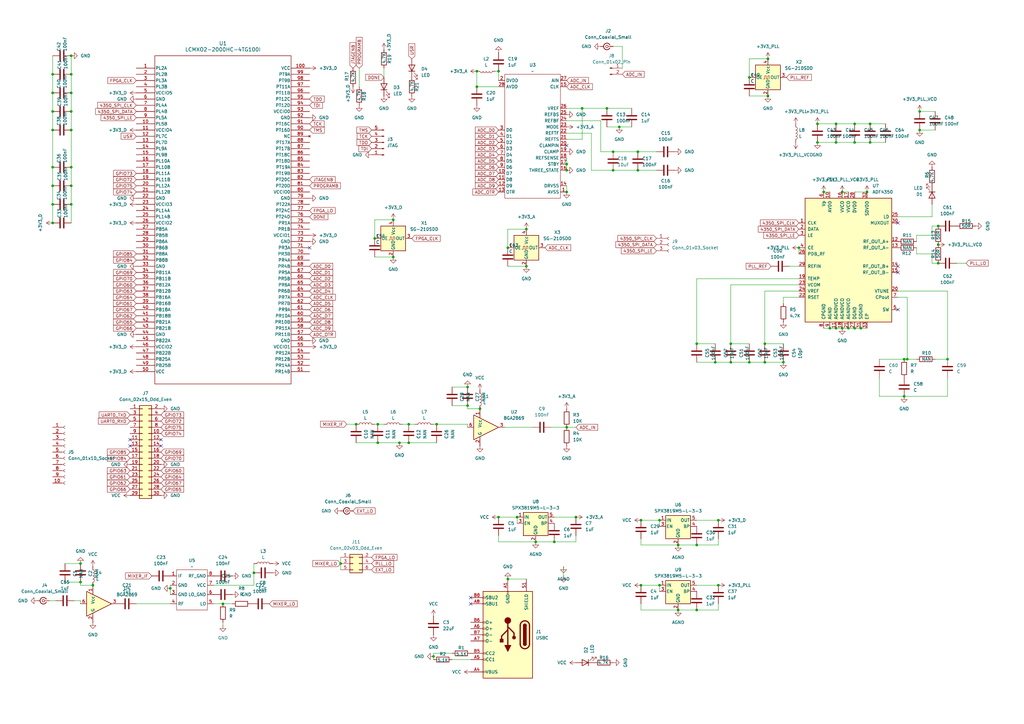
<source format=kicad_sch>
(kicad_sch (version 20231120) (generator "eeschema") (generator_version "8.0")
  (paper "A3")
  (junction (at 294.64 213.36))
  (junction (at 21.59 53.34))
  (junction (at 350.52 50.8))
  (junction (at 261.62 62.23))
  (junction (at 21.59 83.82))
  (junction (at 21.59 91.44))
  (junction (at 232.41 69.85))
  (junction (at 232.41 67.31))
  (junction (at 299.72 140.97))
  (junction (at 350.52 134.62))
  (junction (at 161.29 105.41))
  (junction (at 388.62 147.32))
  (junction (at 29.21 30.48))
  (junction (at 251.46 62.23))
  (junction (at 29.21 22.86))
  (junction (at 327.66 101.6))
  (junction (at 215.9 93.98))
  (junction (at 227.33 222.25))
  (junction (at 212.09 212.09))
  (junction (at 204.47 29.21))
  (junction (at 262.89 213.36))
  (junction (at 232.41 78.74))
  (junction (at 21.59 68.58))
  (junction (at 215.9 109.22))
  (junction (at 278.13 250.19))
  (junction (at 313.69 140.97))
  (junction (at 314.96 39.37))
  (junction (at 335.28 58.42))
  (junction (at 370.84 147.32))
  (junction (at 384.81 100.33))
  (junction (at 313.69 148.59))
  (junction (at 153.67 97.79))
  (junction (at 248.92 44.45))
  (junction (at 167.64 173.99))
  (junction (at 356.87 58.42))
  (junction (at 270.51 240.03))
  (junction (at 195.58 29.21))
  (junction (at 208.28 101.6))
  (junction (at 29.21 53.34))
  (junction (at 21.59 76.2))
  (junction (at 163.83 181.61))
  (junction (at 356.87 50.8))
  (junction (at 232.41 175.26))
  (junction (at 204.47 212.09))
  (junction (at 340.36 134.62))
  (junction (at 91.44 247.65))
  (junction (at 355.6 78.74))
  (junction (at 347.98 134.62))
  (junction (at 254 52.07))
  (junction (at 154.94 173.99))
  (junction (at 342.9 134.62))
  (junction (at 139.7 231.14))
  (junction (at 384.81 92.71))
  (junction (at 29.21 45.72))
  (junction (at 154.94 181.61))
  (junction (at 191.77 158.75))
  (junction (at 29.21 83.82))
  (junction (at 167.64 181.61))
  (junction (at 29.21 68.58))
  (junction (at 337.82 78.74))
  (junction (at 29.21 38.1))
  (junction (at 307.34 31.75))
  (junction (at 262.89 240.03))
  (junction (at 191.77 166.37))
  (junction (at 353.06 134.62))
  (junction (at 307.34 148.59))
  (junction (at 238.76 44.45))
  (junction (at 69.85 241.3))
  (junction (at 270.51 213.36))
  (junction (at 179.07 173.99))
  (junction (at 33.02 238.76))
  (junction (at 345.44 134.62))
  (junction (at 195.58 35.56))
  (junction (at 219.71 222.25))
  (junction (at 293.37 148.59))
  (junction (at 21.59 38.1))
  (junction (at 177.8 269.24))
  (junction (at 21.59 30.48))
  (junction (at 345.44 78.74))
  (junction (at 146.05 173.99))
  (junction (at 285.75 223.52))
  (junction (at 29.21 76.2))
  (junction (at 342.9 58.42))
  (junction (at 342.9 50.8))
  (junction (at 321.31 148.59))
  (junction (at 314.96 24.13))
  (junction (at 208.28 237.49))
  (junction (at 350.52 58.42))
  (junction (at 285.75 140.97))
  (junction (at 236.22 212.09))
  (junction (at 370.84 162.56))
  (junction (at 377.19 45.72))
  (junction (at 104.14 234.95))
  (junction (at 384.81 107.95))
  (junction (at 335.28 50.8))
  (junction (at 161.29 90.17))
  (junction (at 294.64 240.03))
  (junction (at 38.1 240.03))
  (junction (at 299.72 148.59))
  (junction (at 251.46 69.85))
  (junction (at 196.85 167.64))
  (junction (at 285.75 250.19))
  (junction (at 21.59 45.72))
  (junction (at 278.13 223.52))
  (junction (at 377.19 53.34))
  (junction (at 33.02 231.14))
  (junction (at 261.62 69.85))
  (junction (at 372.11 147.32))
  (no_connect (at 66.04 182.88))
  (no_connect (at 368.3 109.22))
  (no_connect (at 368.3 127))
  (no_connect (at 193.04 245.11))
  (no_connect (at 232.41 59.69))
  (no_connect (at 53.34 182.88))
  (no_connect (at 368.3 91.44))
  (no_connect (at 368.3 111.76))
  (no_connect (at 53.34 180.34))
  (no_connect (at 193.04 247.65))
  (no_connect (at 127 101.6))
  (no_connect (at 66.04 180.34))
  (wire (pts (xy 204.47 29.21) (xy 204.47 33.02)))
  (wire (pts (xy 104.14 231.14) (xy 104.14 234.95)))
  (wire (pts (xy 262.89 220.98) (xy 262.89 223.52)))
  (wire (pts (xy 185.42 158.75) (xy 191.77 158.75)))
  (wire (pts (xy 147.32 27.94) (xy 147.32 35.56)))
  (wire (pts (xy 278.13 223.52) (xy 285.75 223.52)))
  (wire (pts (xy 21.59 91.44) (xy 21.59 83.82)))
  (wire (pts (xy 204.47 222.25) (xy 219.71 222.25)))
  (wire (pts (xy 204.47 219.71) (xy 204.47 222.25)))
  (wire (pts (xy 104.14 234.95) (xy 104.14 240.03)))
  (wire (pts (xy 21.59 30.48) (xy 21.59 22.86)))
  (wire (pts (xy 167.64 173.99) (xy 170.18 173.99)))
  (wire (pts (xy 392.43 107.95) (xy 396.24 107.95)))
  (wire (pts (xy 29.21 83.82) (xy 29.21 76.2)))
  (wire (pts (xy 91.44 256.54) (xy 91.44 255.27)))
  (wire (pts (xy 238.76 44.45) (xy 248.92 44.45)))
  (wire (pts (xy 29.21 38.1) (xy 29.21 30.48)))
  (wire (pts (xy 246.38 62.23) (xy 251.46 62.23)))
  (wire (pts (xy 285.75 240.03) (xy 294.64 240.03)))
  (wire (pts (xy 340.36 134.62) (xy 342.9 134.62)))
  (wire (pts (xy 262.89 250.19) (xy 278.13 250.19)))
  (wire (pts (xy 232.41 57.15) (xy 238.76 57.15)))
  (wire (pts (xy 69.85 241.3) (xy 69.85 243.84)))
  (wire (pts (xy 215.9 93.98) (xy 208.28 93.98)))
  (wire (pts (xy 360.68 154.94) (xy 360.68 162.56)))
  (wire (pts (xy 270.51 240.03) (xy 270.51 242.57)))
  (wire (pts (xy 207.01 175.26) (xy 218.44 175.26)))
  (wire (pts (xy 372.11 147.32) (xy 375.92 147.32)))
  (wire (pts (xy 161.29 90.17) (xy 153.67 90.17)))
  (wire (pts (xy 382.27 104.14) (xy 382.27 107.95)))
  (wire (pts (xy 321.31 121.92) (xy 321.31 124.46)))
  (wire (pts (xy 388.62 119.38) (xy 388.62 147.32)))
  (wire (pts (xy 255.27 19.05) (xy 255.27 27.94)))
  (wire (pts (xy 163.83 181.61) (xy 167.64 181.61)))
  (wire (pts (xy 203.2 29.21) (xy 204.47 29.21)))
  (wire (pts (xy 342.9 58.42) (xy 350.52 58.42)))
  (wire (pts (xy 251.46 19.05) (xy 255.27 19.05)))
  (wire (pts (xy 262.89 223.52) (xy 278.13 223.52)))
  (wire (pts (xy 353.06 134.62) (xy 355.6 134.62)))
  (wire (pts (xy 142.24 173.99) (xy 146.05 173.99)))
  (wire (pts (xy 307.34 148.59) (xy 313.69 148.59)))
  (wire (pts (xy 377.19 53.34) (xy 383.54 53.34)))
  (wire (pts (xy 153.67 173.99) (xy 154.94 173.99)))
  (wire (pts (xy 91.44 247.65) (xy 95.25 247.65)))
  (wire (pts (xy 139.7 228.6) (xy 139.7 231.14)))
  (wire (pts (xy 22.86 246.38) (xy 20.32 246.38)))
  (wire (pts (xy 377.19 45.72) (xy 383.54 45.72)))
  (wire (pts (xy 285.75 213.36) (xy 294.64 213.36)))
  (wire (pts (xy 327.66 114.3) (xy 285.75 114.3)))
  (wire (pts (xy 335.28 50.8) (xy 342.9 50.8)))
  (wire (pts (xy 327.66 121.92) (xy 321.31 121.92)))
  (wire (pts (xy 370.84 147.32) (xy 372.11 147.32)))
  (wire (pts (xy 29.21 45.72) (xy 29.21 38.1)))
  (wire (pts (xy 208.28 109.22) (xy 215.9 109.22)))
  (wire (pts (xy 231.14 232.41) (xy 231.14 236.22)))
  (wire (pts (xy 219.71 222.25) (xy 227.33 222.25)))
  (wire (pts (xy 212.09 212.09) (xy 212.09 214.63)))
  (wire (pts (xy 382.27 107.95) (xy 384.81 107.95)))
  (wire (pts (xy 146.05 181.61) (xy 154.94 181.61)))
  (wire (pts (xy 337.82 78.74) (xy 340.36 78.74)))
  (wire (pts (xy 262.89 213.36) (xy 270.51 213.36)))
  (wire (pts (xy 226.06 175.26) (xy 232.41 175.26)))
  (wire (pts (xy 261.62 62.23) (xy 269.24 62.23)))
  (wire (pts (xy 242.57 69.85) (xy 251.46 69.85)))
  (wire (pts (xy 185.42 267.97) (xy 177.8 267.97)))
  (wire (pts (xy 327.66 116.84) (xy 299.72 116.84)))
  (wire (pts (xy 165.1 173.99) (xy 167.64 173.99)))
  (wire (pts (xy 375.92 96.52) (xy 375.92 99.06)))
  (wire (pts (xy 204.47 212.09) (xy 212.09 212.09)))
  (wire (pts (xy 29.21 53.34) (xy 29.21 45.72)))
  (wire (pts (xy 55.88 247.65) (xy 69.85 247.65)))
  (wire (pts (xy 382.27 88.9) (xy 368.3 88.9)))
  (wire (pts (xy 313.69 148.59) (xy 321.31 148.59)))
  (wire (pts (xy 191.77 173.99) (xy 179.07 173.99)))
  (wire (pts (xy 236.22 222.25) (xy 227.33 222.25)))
  (wire (pts (xy 327.66 101.6) (xy 327.66 104.14)))
  (wire (pts (xy 375.92 101.6) (xy 375.92 104.14)))
  (wire (pts (xy 294.64 247.65) (xy 294.64 250.19)))
  (wire (pts (xy 232.41 64.77) (xy 232.41 67.31)))
  (wire (pts (xy 299.72 140.97) (xy 307.34 140.97)))
  (wire (pts (xy 350.52 134.62) (xy 353.06 134.62)))
  (wire (pts (xy 167.64 181.61) (xy 179.07 181.61)))
  (wire (pts (xy 153.67 90.17) (xy 153.67 97.79)))
  (wire (pts (xy 21.59 53.34) (xy 21.59 45.72)))
  (wire (pts (xy 294.64 223.52) (xy 285.75 223.52)))
  (wire (pts (xy 29.21 76.2) (xy 29.21 68.58)))
  (wire (pts (xy 87.63 247.65) (xy 91.44 247.65)))
  (wire (pts (xy 345.44 134.62) (xy 347.98 134.62)))
  (wire (pts (xy 154.94 173.99) (xy 157.48 173.99)))
  (wire (pts (xy 313.69 119.38) (xy 313.69 140.97)))
  (wire (pts (xy 185.42 270.51) (xy 193.04 270.51)))
  (wire (pts (xy 360.68 162.56) (xy 370.84 162.56)))
  (wire (pts (xy 232.41 67.31) (xy 232.41 69.85)))
  (wire (pts (xy 356.87 50.8) (xy 363.22 50.8)))
  (wire (pts (xy 21.59 38.1) (xy 21.59 30.48)))
  (wire (pts (xy 196.85 167.64) (xy 191.77 167.64)))
  (wire (pts (xy 248.92 44.45) (xy 259.08 44.45)))
  (wire (pts (xy 248.92 52.07) (xy 254 52.07)))
  (wire (pts (xy 154.94 181.61) (xy 163.83 181.61)))
  (wire (pts (xy 356.87 58.42) (xy 363.22 58.42)))
  (wire (pts (xy 232.41 76.2) (xy 232.41 78.74)))
  (wire (pts (xy 38.1 240.03) (xy 33.02 240.03)))
  (wire (pts (xy 29.21 30.48) (xy 29.21 22.86)))
  (wire (pts (xy 104.14 240.03) (xy 87.63 240.03)))
  (wire (pts (xy 69.85 240.03) (xy 69.85 241.3)))
  (wire (pts (xy 185.42 166.37) (xy 191.77 166.37)))
  (wire (pts (xy 388.62 162.56) (xy 388.62 154.94)))
  (wire (pts (xy 29.21 91.44) (xy 29.21 83.82)))
  (wire (pts (xy 236.22 175.26) (xy 232.41 175.26)))
  (wire (pts (xy 370.84 162.56) (xy 388.62 162.56)))
  (wire (pts (xy 383.54 147.32) (xy 388.62 147.32)))
  (wire (pts (xy 191.77 167.64) (xy 191.77 166.37)))
  (wire (pts (xy 382.27 92.71) (xy 384.81 92.71)))
  (wire (pts (xy 285.75 140.97) (xy 293.37 140.97)))
  (wire (pts (xy 242.57 54.61) (xy 242.57 69.85)))
  (wire (pts (xy 278.13 250.19) (xy 285.75 250.19)))
  (wire (pts (xy 382.27 96.52) (xy 382.27 92.71)))
  (wire (pts (xy 342.9 50.8) (xy 350.52 50.8)))
  (wire (pts (xy 347.98 134.62) (xy 350.52 134.62)))
  (wire (pts (xy 350.52 78.74) (xy 355.6 78.74)))
  (wire (pts (xy 177.8 269.24) (xy 177.8 270.51)))
  (wire (pts (xy 262.89 247.65) (xy 262.89 250.19)))
  (wire (pts (xy 323.85 109.22) (xy 327.66 109.22)))
  (wire (pts (xy 21.59 83.82) (xy 21.59 76.2)))
  (wire (pts (xy 33.02 240.03) (xy 33.02 238.76)))
  (wire (pts (xy 139.7 231.14) (xy 139.7 233.68)))
  (wire (pts (xy 307.34 39.37) (xy 314.96 39.37)))
  (wire (pts (xy 294.64 250.19) (xy 285.75 250.19)))
  (wire (pts (xy 21.59 76.2) (xy 21.59 68.58)))
  (wire (pts (xy 294.64 220.98) (xy 294.64 223.52)))
  (wire (pts (xy 299.72 148.59) (xy 307.34 148.59)))
  (wire (pts (xy 335.28 58.42) (xy 342.9 58.42)))
  (wire (pts (xy 177.8 173.99) (xy 179.07 173.99)))
  (wire (pts (xy 26.67 231.14) (xy 33.02 231.14)))
  (wire (pts (xy 299.72 116.84) (xy 299.72 140.97)))
  (wire (pts (xy 26.67 238.76) (xy 33.02 238.76)))
  (wire (pts (xy 270.51 213.36) (xy 270.51 215.9)))
  (wire (pts (xy 33.02 247.65) (xy 33.02 246.38)))
  (wire (pts (xy 368.3 119.38) (xy 388.62 119.38)))
  (wire (pts (xy 313.69 140.97) (xy 321.31 140.97)))
  (wire (pts (xy 350.52 50.8) (xy 356.87 50.8)))
  (wire (pts (xy 232.41 54.61) (xy 242.57 54.61)))
  (wire (pts (xy 382.27 96.52) (xy 375.92 96.52)))
  (wire (pts (xy 208.28 237.49) (xy 215.9 237.49)))
  (wire (pts (xy 285.75 148.59) (xy 293.37 148.59)))
  (wire (pts (xy 204.47 35.56) (xy 195.58 35.56)))
  (wire (pts (xy 157.48 27.94) (xy 157.48 31.75)))
  (wire (pts (xy 360.68 147.32) (xy 370.84 147.32)))
  (wire (pts (xy 191.77 175.26) (xy 191.77 173.99)))
  (wire (pts (xy 238.76 44.45) (xy 232.41 44.45)))
  (wire (pts (xy 177.8 267.97) (xy 177.8 269.24)))
  (wire (pts (xy 236.22 219.71) (xy 236.22 222.25)))
  (wire (pts (xy 251.46 62.23) (xy 261.62 62.23)))
  (wire (pts (xy 342.9 134.62) (xy 345.44 134.62)))
  (wire (pts (xy 382.27 83.82) (xy 382.27 88.9)))
  (wire (pts (xy 337.82 134.62) (xy 340.36 134.62)))
  (wire (pts (xy 33.02 246.38) (xy 30.48 246.38)))
  (wire (pts (xy 327.66 119.38) (xy 313.69 119.38)))
  (wire (pts (xy 293.37 148.59) (xy 299.72 148.59)))
  (wire (pts (xy 285.75 114.3) (xy 285.75 140.97)))
  (wire (pts (xy 246.38 49.53) (xy 246.38 62.23)))
  (wire (pts (xy 238.76 57.15) (xy 238.76 44.45)))
  (wire (pts (xy 345.44 78.74) (xy 347.98 78.74)))
  (wire (pts (xy 29.21 53.34) (xy 29.21 68.58)))
  (wire (pts (xy 350.52 58.42) (xy 356.87 58.42)))
  (wire (pts (xy 368.3 121.92) (xy 372.11 121.92)))
  (wire (pts (xy 208.28 93.98) (xy 208.28 101.6)))
  (wire (pts (xy 21.59 45.72) (xy 21.59 38.1)))
  (wire (pts (xy 262.89 240.03) (xy 270.51 240.03)))
  (wire (pts (xy 21.59 53.34) (xy 21.59 68.58)))
  (wire (pts (xy 254 52.07) (xy 259.08 52.07)))
  (wire (pts (xy 372.11 121.92) (xy 372.11 147.32)))
  (wire (pts (xy 307.34 24.13) (xy 307.34 31.75)))
  (wire (pts (xy 227.33 212.09) (xy 236.22 212.09)))
  (wire (pts (xy 251.46 69.85) (xy 261.62 69.85)))
  (wire (pts (xy 195.58 35.56) (xy 195.58 29.21)))
  (wire (pts (xy 375.92 104.14) (xy 382.27 104.14)))
  (wire (pts (xy 261.62 69.85) (xy 269.24 69.85)))
  (wire (pts (xy 314.96 24.13) (xy 307.34 24.13)))
  (wire (pts (xy 232.41 49.53) (xy 246.38 49.53)))
  (wire (pts (xy 153.67 105.41) (xy 161.29 105.41)))
  (global_label "ADC_D6" (shape input) (at 127 127 0) (property "Intersheetrefs" "${INTERSHEET_REFS}" (effects (hide yes))))
  (global_label "JTAGENB" (shape input) (at 144.78 27.94 90) (property "Intersheetrefs" "${INTERSHEET_REFS}" (effects (hide yes))))
  (global_label "ADC_D7" (shape input) (at 127 129.54 0) (property "Intersheetrefs" "${INTERSHEET_REFS}" (effects (hide yes))))
  (global_label "ADC_D8" (shape input) (at 127 132.08 0) (property "Intersheetrefs" "${INTERSHEET_REFS}" (effects (hide yes))))
  (global_label "MIXER_LO" (shape input) (at 110.49 247.65 0) (property "Intersheetrefs" "${INTERSHEET_REFS}" (effects (hide yes))))
  (global_label "EXT_LO" (shape input) (at 152.4 233.68 0) (property "Intersheetrefs" "${INTERSHEET_REFS}" (effects (hide yes))))
  (global_label "GPIO67" (shape input) (at 55.88 127 180) (property "Intersheetrefs" "${INTERSHEET_REFS}" (effects (hide yes))))
  (global_label "JTAGENB" (shape input) (at 127 73.66 0) (property "Intersheetrefs" "${INTERSHEET_REFS}" (effects (hide yes))))
  (global_label "GPIO62" (shape input) (at 53.34 198.12 180) (property "Intersheetrefs" "${INTERSHEET_REFS}" (effects (hide yes))))
  (global_label "GPIO64" (shape input) (at 66.04 195.58 0) (property "Intersheetrefs" "${INTERSHEET_REFS}" (effects (hide yes))))
  (global_label "PLL_LO" (shape input) (at 152.4 231.14 0) (property "Intersheetrefs" "${INTERSHEET_REFS}" (effects (hide yes))))
  (global_label "ADC_D5" (shape input) (at 127 124.46 0) (property "Intersheetrefs" "${INTERSHEET_REFS}" (effects (hide yes))))
  (global_label "ADC_D0" (shape input) (at 127 109.22 0) (property "Intersheetrefs" "${INTERSHEET_REFS}" (effects (hide yes))))
  (global_label "ADC_CLK" (shape input) (at 232.41 35.56 0) (property "Intersheetrefs" "${INTERSHEET_REFS}" (effects (hide yes))))
  (global_label "GPIO73" (shape input) (at 66.04 170.18 0) (property "Intersheetrefs" "${INTERSHEET_REFS}" (effects (hide yes))))
  (global_label "GPIO63" (shape input) (at 53.34 193.04 180) (property "Intersheetrefs" "${INTERSHEET_REFS}" (effects (hide yes))))
  (global_label "ADC_D7" (shape input) (at 204.47 71.12 180) (property "Intersheetrefs" "${INTERSHEET_REFS}" (effects (hide yes))))
  (global_label "GPIO74" (shape input) (at 66.04 177.8 0) (property "Intersheetrefs" "${INTERSHEET_REFS}" (effects (hide yes))))
  (global_label "GPIO60" (shape input) (at 55.88 116.84 180) (property "Intersheetrefs" "${INTERSHEET_REFS}" (effects (hide yes))))
  (global_label "4350_SPI_DATA" (shape input) (at 55.88 45.72 180) (property "Intersheetrefs" "${INTERSHEET_REFS}" (effects (hide yes))))
  (global_label "PROGRAMB" (shape input) (at 127 76.2 0) (property "Intersheetrefs" "${INTERSHEET_REFS}" (effects (hide yes))))
  (global_label "USR" (shape input) (at 55.88 55.88 180) (property "Intersheetrefs" "${INTERSHEET_REFS}" (effects (hide yes))))
  (global_label "GPIO63" (shape input) (at 55.88 119.38 180) (property "Intersheetrefs" "${INTERSHEET_REFS}" (effects (hide yes))))
  (global_label "GPIO66" (shape input) (at 53.34 200.66 180) (property "Intersheetrefs" "${INTERSHEET_REFS}" (effects (hide yes))))
  (global_label "TCK" (shape input) (at 127 50.8 0) (property "Intersheetrefs" "${INTERSHEET_REFS}" (effects (hide yes))))
  (global_label "TDI" (shape input) (at 152.4 60.96 180) (property "Intersheetrefs" "${INTERSHEET_REFS}" (effects (hide yes))))
  (global_label "TCK" (shape input) (at 152.4 55.88 180) (property "Intersheetrefs" "${INTERSHEET_REFS}" (effects (hide yes))))
  (global_label "GPIO85" (shape input) (at 53.34 185.42 180) (property "Intersheetrefs" "${INTERSHEET_REFS}" (effects (hide yes))))
  (global_label "USR" (shape input) (at 168.91 24.13 90) (property "Intersheetrefs" "${INTERSHEET_REFS}" (effects (hide yes))))
  (global_label "UART0_TXD" (shape input) (at 53.34 170.18 180) (property "Intersheetrefs" "${INTERSHEET_REFS}" (effects (hide yes))))
  (global_label "MIXER_IF" (shape input) (at 62.23 236.22 180) (property "Intersheetrefs" "${INTERSHEET_REFS}" (effects (hide yes))))
  (global_label "4350_SPI_LE" (shape input) (at 269.24 102.87 180) (property "Intersheetrefs" "${INTERSHEET_REFS}" (effects (hide yes))))
  (global_label "GPIO73" (shape input) (at 55.88 71.12 180) (property "Intersheetrefs" "${INTERSHEET_REFS}" (effects (hide yes))))
  (global_label "GPIO85" (shape input) (at 55.88 104.14 180) (property "Intersheetrefs" "${INTERSHEET_REFS}" (effects (hide yes))))
  (global_label "GPIO75" (shape input) (at 66.04 175.26 0) (property "Intersheetrefs" "${INTERSHEET_REFS}" (effects (hide yes))))
  (global_label "GPIO66" (shape input) (at 55.88 134.62 180) (property "Intersheetrefs" "${INTERSHEET_REFS}" (effects (hide yes))))
  (global_label "ADC_D4" (shape input) (at 127 119.38 0) (property "Intersheetrefs" "${INTERSHEET_REFS}" (effects (hide yes))))
  (global_label "ADC_D4" (shape input) (at 204.47 63.5 180) (property "Intersheetrefs" "${INTERSHEET_REFS}" (effects (hide yes))))
  (global_label "ADC_CLK" (shape input) (at 223.52 101.6 0) (property "Intersheetrefs" "${INTERSHEET_REFS}" (effects (hide yes))))
  (global_label "GPIO67" (shape input) (at 66.04 198.12 0) (property "Intersheetrefs" "${INTERSHEET_REFS}" (effects (hide yes))))
  (global_label "FPGA_CLK" (shape input) (at 55.88 33.02 180) (property "Intersheetrefs" "${INTERSHEET_REFS}" (effects (hide yes))))
  (global_label "ADC_D2" (shape input) (at 127 114.3 0) (property "Intersheetrefs" "${INTERSHEET_REFS}" (effects (hide yes))))
  (global_label "MIXER_LO" (shape input) (at 139.7 231.14 180) (property "Intersheetrefs" "${INTERSHEET_REFS}" (effects (hide yes))))
  (global_label "4350_SPI_DATA" (shape input) (at 327.66 93.98 180) (property "Intersheetrefs" "${INTERSHEET_REFS}" (effects (hide yes))))
  (global_label "DONE" (shape input) (at 127 88.9 0) (property "Intersheetrefs" "${INTERSHEET_REFS}" (effects (hide yes))))
  (global_label "ADC_D1" (shape input) (at 127 111.76 0) (property "Intersheetrefs" "${INTERSHEET_REFS}" (effects (hide yes))))
  (global_label "PLL_REF" (shape input) (at 316.23 109.22 180) (property "Intersheetrefs" "${INTERSHEET_REFS}" (effects (hide yes))))
  (global_label "GPIO69" (shape input) (at 55.88 111.76 180) (property "Intersheetrefs" "${INTERSHEET_REFS}" (effects (hide yes))))
  (global_label "TDO" (shape input) (at 152.4 58.42 180) (property "Intersheetrefs" "${INTERSHEET_REFS}" (effects (hide yes))))
  (global_label "4350_SPI_CLK" (shape input) (at 55.88 43.18 180) (property "Intersheetrefs" "${INTERSHEET_REFS}" (effects (hide yes))))
  (global_label "GPIO70" (shape input) (at 55.88 114.3 180) (property "Intersheetrefs" "${INTERSHEET_REFS}" (effects (hide yes))))
  (global_label "ADC_D2" (shape input) (at 204.47 58.42 180) (property "Intersheetrefs" "${INTERSHEET_REFS}" (effects (hide yes))))
  (global_label "ADC_D9" (shape input) (at 127 134.62 0) (property "Intersheetrefs" "${INTERSHEET_REFS}" (effects (hide yes))))
  (global_label "ADC_D1" (shape input) (at 204.47 55.88 180) (property "Intersheetrefs" "${INTERSHEET_REFS}" (effects (hide yes))))
  (global_label "TDO" (shape input) (at 127 40.64 0) (property "Intersheetrefs" "${INTERSHEET_REFS}" (effects (hide yes))))
  (global_label "TMS" (shape input) (at 127 53.34 0) (property "Intersheetrefs" "${INTERSHEET_REFS}" (effects (hide yes))))
  (global_label "PROGRAMB" (shape input) (at 147.32 27.94 90) (property "Intersheetrefs" "${INTERSHEET_REFS}" (effects (hide yes))))
  (global_label "PLL_REF" (shape input) (at 322.58 31.75 0) (property "Intersheetrefs" "${INTERSHEET_REFS}" (effects (hide yes))))
  (global_label "ADC_D8" (shape input) (at 204.47 73.66 180) (property "Intersheetrefs" "${INTERSHEET_REFS}" (effects (hide yes))))
  (global_label "ADC_IN" (shape input) (at 255.27 30.48 0) (property "Intersheetrefs" "${INTERSHEET_REFS}" (effects (hide yes))))
  (global_label "4350_SPI_CLK" (shape input) (at 327.66 91.44 180) (property "Intersheetrefs" "${INTERSHEET_REFS}" (effects (hide yes))))
  (global_label "GPIO65" (shape input) (at 66.04 200.66 0) (property "Intersheetrefs" "${INTERSHEET_REFS}" (effects (hide yes))))
  (global_label "GPIO65" (shape input) (at 55.88 132.08 180) (property "Intersheetrefs" "${INTERSHEET_REFS}" (effects (hide yes))))
  (global_label "GPIO69" (shape input) (at 66.04 185.42 0) (property "Intersheetrefs" "${INTERSHEET_REFS}" (effects (hide yes))))
  (global_label "GPIO62" (shape input) (at 55.88 129.54 180) (property "Intersheetrefs" "${INTERSHEET_REFS}" (effects (hide yes))))
  (global_label "ADC_D0" (shape input) (at 204.47 53.34 180) (property "Intersheetrefs" "${INTERSHEET_REFS}" (effects (hide yes))))
  (global_label "GPIO72" (shape input) (at 55.88 73.66 180) (property "Intersheetrefs" "${INTERSHEET_REFS}" (effects (hide yes))))
  (global_label "ADC_D9" (shape input) (at 204.47 76.2 180) (property "Intersheetrefs" "${INTERSHEET_REFS}" (effects (hide yes))))
  (global_label "DONE" (shape input) (at 157.48 31.75 180) (property "Intersheetrefs" "${INTERSHEET_REFS}" (effects (hide yes))))
  (global_label "4350_SPI_LE" (shape input) (at 55.88 48.26 180) (property "Intersheetrefs" "${INTERSHEET_REFS}" (effects (hide yes))))
  (global_label "GPIO60" (shape input) (at 66.04 193.04 0) (property "Intersheetrefs" "${INTERSHEET_REFS}" (effects (hide yes))))
  (global_label "ADC_D5" (shape input) (at 204.47 66.04 180) (property "Intersheetrefs" "${INTERSHEET_REFS}" (effects (hide yes))))
  (global_label "ADC_D3" (shape input) (at 127 116.84 0) (property "Intersheetrefs" "${INTERSHEET_REFS}" (effects (hide yes))))
  (global_label "FPGA_LO" (shape input) (at 152.4 228.6 0) (property "Intersheetrefs" "${INTERSHEET_REFS}" (effects (hide yes))))
  (global_label "FPGA_LO" (shape input) (at 127 86.36 0) (property "Intersheetrefs" "${INTERSHEET_REFS}" (effects (hide yes))))
  (global_label "GPIO61" (shape input) (at 53.34 195.58 180) (property "Intersheetrefs" "${INTERSHEET_REFS}" (effects (hide yes))))
  (global_label "TMS" (shape input) (at 152.4 53.34 180) (property "Intersheetrefs" "${INTERSHEET_REFS}" (effects (hide yes))))
  (global_label "ADC_D6" (shape input) (at 204.47 68.58 180) (property "Intersheetrefs" "${INTERSHEET_REFS}" (effects (hide yes))))
  (global_label "GPIO70" (shape input) (at 66.04 187.96 0) (property "Intersheetrefs" "${INTERSHEET_REFS}" (effects (hide yes))))
  (global_label "4350_SPI_DATA" (shape input) (at 269.24 100.33 180) (property "Intersheetrefs" "${INTERSHEET_REFS}" (effects (hide yes))))
  (global_label "GPIO75" (shape input) (at 55.88 76.2 180) (property "Intersheetrefs" "${INTERSHEET_REFS}" (effects (hide yes))))
  (global_label "4350_SPI_CLK" (shape input) (at 269.24 97.79 180) (property "Intersheetrefs" "${INTERSHEET_REFS}" (effects (hide yes))))
  (global_label "ADC_CLK" (shape input) (at 127 121.92 0) (property "Intersheetrefs" "${INTERSHEET_REFS}" (effects (hide yes))))
  (global_label "GPIO84" (shape input) (at 53.34 187.96 180) (property "Intersheetrefs" "${INTERSHEET_REFS}" (effects (hide yes))))
  (global_label "GPIO72" (shape input) (at 66.04 172.72 0) (property "Intersheetrefs" "${INTERSHEET_REFS}" (effects (hide yes))))
  (global_label "GPIO61" (shape input) (at 55.88 124.46 180) (property "Intersheetrefs" "${INTERSHEET_REFS}" (effects (hide yes))))
  (global_label "PLL_LO" (shape input) (at 396.24 107.95 0) (property "Intersheetrefs" "${INTERSHEET_REFS}" (effects (hide yes))))
  (global_label "ADC_OTR" (shape input) (at 127 137.16 0) (property "Intersheetrefs" "${INTERSHEET_REFS}" (effects (hide yes))))
  (global_label "ADC_IN" (shape input) (at 236.22 175.26 0) (property "Intersheetrefs" "${INTERSHEET_REFS}" (effects (hide yes))))
  (global_label "GPIO74" (shape input) (at 55.88 78.74 180) (property "Intersheetrefs" "${INTERSHEET_REFS}" (effects (hide yes))))
  (global_label "GPIO64" (shape input) (at 55.88 121.92 180) (property "Intersheetrefs" "${INTERSHEET_REFS}" (effects (hide yes))))
  (global_label "ADC_D3" (shape input) (at 204.47 60.96 180) (property "Intersheetrefs" "${INTERSHEET_REFS}" (effects (hide yes))))
  (global_label "UART0_RXD" (shape input) (at 53.34 172.72 180) (property "Intersheetrefs" "${INTERSHEET_REFS}" (effects (hide yes))))
  (global_label "FPGA_CLK" (shape input) (at 168.91 97.79 0) (property "Intersheetrefs" "${INTERSHEET_REFS}" (effects (hide yes))))
  (global_label "ADC_IN" (shape input) (at 232.41 33.02 0) (property "Intersheetrefs" "${INTERSHEET_REFS}" (effects (hide yes))))
  (global_label "4350_SPI_LE" (shape input) (at 327.66 96.52 180) (property "Intersheetrefs" "${INTERSHEET_REFS}" (effects (hide yes))))
  (global_label "MIXER_IF" (shape input) (at 142.24 173.99 180) (property "Intersheetrefs" "${INTERSHEET_REFS}" (effects (hide yes))))
  (global_label "EXT_LO" (shape input) (at 144.78 209.55 0) (property "Intersheetrefs" "${INTERSHEET_REFS}" (effects (hide yes))))
  (global_label "GPIO84" (shape input) (at 55.88 106.68 180) (property "Intersheetrefs" "${INTERSHEET_REFS}" (effects (hide yes))))
  (global_label "TDI" (shape input) (at 127 43.18 0) (property "Intersheetrefs" "${INTERSHEET_REFS}" (effects (hide yes))))
  (global_label "ADC_OTR" (shape input) (at 204.47 78.74 180) (property "Intersheetrefs" "${INTERSHEET_REFS}" (effects (hide yes))))
  (symbol (lib_id "Library:C") (at 236.22 215.9 0) (unit 1)
    (property "Reference" "C7" (at 240.03 214.6299 0) (effects (justify left)))
    (property "Value" "1uF" (at 240.03 217.1699 0) (effects (justify left)))
    (property "Footprint" "Capacitor_SMD:C_0603_1608Metric" (effects (hide yes)))
    (property "Description" "Unpolarized capacitor" (effects (hide yes)))
  )
  (symbol (lib_id "Library:GND") (at 278.13 223.52 0) (unit 1)
    (property "Reference" "#PWR062" (effects (hide yes)))
    (property "Value" "AGND" (at 278.13 228.6 0))
    (property "Description" "Power symbol creates a global label with name \"GND\" , ground" (effects (hide yes)))
  )
  (symbol (lib_id "Library:VCC") (at 262.89 240.03 90) (unit 1)
    (property "Reference" "#PWR064" (effects (hide yes)))
    (property "Value" "VCC" (at 259.08 240.0299 90) (effects (justify left)))
    (property "Description" "Power symbol creates a global label with name \"VCC\"" (effects (hide yes)))
  )
  (symbol (lib_id "Library:GND") (at 278.13 250.19 0) (unit 1)
    (property "Reference" "#PWR071" (effects (hide yes)))
    (property "Value" "AGND" (at 278.13 255.27 0))
    (property "Description" "Power symbol creates a global label with name \"GND\" , ground" (effects (hide yes)))
  )
  (symbol (lib_id "Library:LED") (at 382.27 80.01 270) (unit 1)
    (property "Reference" "D1" (at 378.46 79.6926 90) (effects (justify right)))
    (property "Value" "LED" (at 378.46 77.1526 90) (effects (justify right)))
    (property "Footprint" "LED_SMD:LED_0603_1608Metric" (effects (hide yes)))
    (property "Description" "Light emitting diode" (effects (hide yes)))
  )
  (symbol (lib_id "Library:VCC") (at 236.22 271.78 90) (unit 1)
    (property "Reference" "#PWR0100" (effects (hide yes)))
    (property "Value" "VCC" (at 232.41 271.7799 90) (effects (justify left)))
    (property "Description" "Power symbol creates a global label with name \"VCC\"" (effects (hide yes)))
  )
  (symbol (lib_id "Library:LCMXO2-2000HC-4TG100I") (at 55.88 27.94 0) (unit 1)
    (property "Reference" "U1" (at 91.44 17.78 0) (effects (font (size 1.524 1.524))))
    (property "Value" "LCMXO2-2000HC-4TG100I" (at 91.44 20.32 0) (effects (font (size 1.524 1.524))))
    (property "Footprint" "Package_QFP:TQFP-100_14x14mm_P0.5mm" (effects (hide yes)))
    (property "Datasheet" "LCMXO2-2000HC-4TG100I" (effects (hide yes)))
  )
  (symbol (lib_id "Library:L") (at 107.95 231.14 90) (unit 1)
    (property "Reference" "L3" (at 107.95 226.06 90))
    (property "Value" "L" (at 107.95 228.6 90))
    (property "Footprint" "Inductor_SMD:L_0805_2012Metric" (effects (hide yes)))
    (property "Description" "Inductor" (effects (hide yes)))
  )
  (symbol (lib_id "Library:Conn_01x05_Pin") (at 157.48 58.42 180) (unit 1)
    (property "Reference" "J3" (at 158.75 57.1499 0) (effects (justify right)))
    (property "Value" "JTAG" (at 158.75 59.6899 0) (effects (justify right)))
    (property "Footprint" "Connector_PinSocket_2.54mm:PinSocket_1x05_P2.54mm_Vertical" (effects (hide yes)))
    (property "Description" "Generic connector, single row, 01x05, script generated" (effects (hide yes)))
  )
  (symbol (lib_id "Library:+3V3") (at 345.44 78.74 0) (unit 1)
    (property "Reference" "#PWR091" (effects (hide yes)))
    (property "Value" "+3V3_PLL_VCO" (at 345.44 73.66 0))
    (property "Description" "Power symbol creates a global label with name \"+3V3\"" (effects (hide yes)))
  )
  (symbol (lib_id "Library:+1V2") (at 161.29 90.17 0) (unit 1)
    (property "Reference" "#PWR085" (effects (hide yes)))
    (property "Value" "+3V3_D" (at 161.29 85.09 0))
    (property "Description" "Power symbol creates a global label with name \"+1V2\"" (effects (hide yes)))
  )
  (symbol (lib_id "Library:C") (at 208.28 105.41 0) (unit 1)
    (property "Reference" "C63" (at 208.788 100.584 0) (effects (justify left)))
    (property "Value" "C" (at 208.788 103.124 0) (effects (justify left)))
    (property "Footprint" "Capacitor_SMD:C_0603_1608Metric" (effects (hide yes)))
    (property "Description" "Unpolarized capacitor" (effects (hide yes)))
  )
  (symbol (lib_id "Library:GND") (at 66.04 203.2 90) (unit 1)
    (property "Reference" "#PWR038" (effects (hide yes)))
    (property "Value" "GND" (at 69.85 203.1999 90) (effects (justify right)))
    (property "Description" "Power symbol creates a global label with name \"GND\" , ground" (effects (hide yes)))
  )
  (symbol (lib_id "Library:GND") (at 33.02 231.14 180) (unit 1)
    (property "Reference" "#PWR06" (effects (hide yes)))
    (property "Value" "GND" (at 33.02 226.06 0))
    (property "Description" "Power symbol creates a global label with name \"GND\" , ground" (effects (hide yes)))
  )
  (symbol (lib_id "Library:GND") (at 204.47 21.59 180) (unit 1)
    (property "Reference" "#PWR052" (effects (hide yes)))
    (property "Value" "GND" (at 204.47 16.51 0))
    (property "Description" "Power symbol creates a global label with name \"GND\" , ground" (effects (hide yes)))
  )
  (symbol (lib_id "Library:GND") (at 177.8 269.24 270) (unit 1)
    (property "Reference" "#PWR02" (effects (hide yes)))
    (property "Value" "GND" (at 173.99 269.2399 90) (effects (justify right)))
    (property "Description" "Power symbol creates a global label with name \"GND\" , ground" (effects (hide yes)))
  )
  (symbol (lib_id "Library:GND") (at 232.41 46.99 90) (unit 1)
    (property "Reference" "#PWR046" (effects (hide yes)))
    (property "Value" "GND" (at 236.22 46.9899 90) (effects (justify right)))
    (property "Description" "Power symbol creates a global label with name \"GND\" , ground" (effects (hide yes)))
  )
  (symbol (lib_id "Library:C") (at 25.4 68.58 90) (unit 1)
    (property "Reference" "C36" (at 24.13 66.802 0) (effects (justify left)))
    (property "Value" "100nF" (at 26.67 66.802 0) (effects (justify left)))
    (property "Footprint" "Capacitor_SMD:C_0603_1608Metric" (effects (hide yes)))
    (property "Description" "Unpolarized capacitor" (effects (hide yes)))
  )
  (symbol (lib_id "Library:GND") (at 95.25 243.84 90) (unit 1)
    (property "Reference" "#PWR032" (effects (hide yes)))
    (property "Value" "GND" (at 99.06 243.8399 90) (effects (justify right)))
    (property "Description" "Power symbol creates a global label with name \"GND\" , ground" (effects (hide yes)))
  )
  (symbol (lib_id "Library:C") (at 25.4 38.1 90) (unit 1)
    (property "Reference" "C40" (at 24.13 36.322 0) (effects (justify left)))
    (property "Value" "100nF" (at 26.67 36.322 0) (effects (justify left)))
    (property "Footprint" "Capacitor_SMD:C_0603_1608Metric" (effects (hide yes)))
    (property "Description" "Unpolarized capacitor" (effects (hide yes)))
  )
  (symbol (lib_id "Library:GND") (at 163.83 181.61 0) (unit 1)
    (property "Reference" "#PWR058" (effects (hide yes)))
    (property "Value" "GND" (at 163.83 186.69 0))
    (property "Description" "Power symbol creates a global label with name \"GND\" , ground" (effects (hide yes)))
  )
  (symbol (lib_id "Library:GND") (at 127 99.06 90) (unit 1)
    (property "Reference" "#PWR018" (effects (hide yes)))
    (property "Value" "GND" (at 130.81 99.0599 90) (effects (justify right)))
    (property "Description" "Power symbol creates a global label with name \"GND\" , ground" (effects (hide yes)))
  )
  (symbol (lib_id "Library:GND") (at 251.46 271.78 90) (unit 1)
    (property "Reference" "#PWR099" (effects (hide yes)))
    (property "Value" "GND" (at 256.54 271.78 0))
    (property "Description" "Power symbol creates a global label with name \"GND\" , ground" (effects (hide yes)))
  )
  (symbol (lib_id "Library:GND") (at 314.96 39.37 0) (unit 1)
    (property "Reference" "#PWR078" (effects (hide yes)))
    (property "Value" "GND" (at 314.96 44.45 0))
    (property "Description" "Power symbol creates a global label with name \"GND\" , ground" (effects (hide yes)))
  )
  (symbol (lib_id "Library:BGA2869") (at 199.39 175.26 0) (unit 1)
    (property "Reference" "U2" (at 210.82 168.9414 0))
    (property "Value" "BGA2869" (at 210.82 171.4814 0))
    (property "Footprint" "Package_TO_SOT_SMD:SOT-363_SC-70-6" (effects (hide yes)))
    (property "Datasheet" "https://www.nxp.com/docs/en/data-sheet/BGA2869.pdf" (effects (hide yes)))
    (property "Description" "MMIC wideband amplifier, DC-2.2GHz, +31.7dB @ 950MHz, 5V, SOT-363" (effects (hide yes)))
  )
  (symbol (lib_id "Library:C") (at 335.28 54.61 0) (unit 1)
    (property "Reference" "C43" (at 339.09 53.3399 0) (effects (justify left)))
    (property "Value" "100nF" (at 339.09 55.8799 0) (effects (justify left)))
    (property "Footprint" "Capacitor_SMD:C_0603_1608Metric" (effects (hide yes)))
    (property "Description" "Unpolarized capacitor" (effects (hide yes)))
  )
  (symbol (lib_id "Library:C") (at 388.62 107.95 90) (unit 1)
    (property "Reference" "C62" (at 388.62 113.284 90))
    (property "Value" "100nF" (at 388.62 115.824 90))
    (property "Footprint" "Capacitor_SMD:C_0603_1608Metric" (effects (hide yes)))
    (property "Description" "Unpolarized capacitor" (effects (hide yes)))
  )
  (symbol (lib_id "Library:VCC") (at 111.76 231.14 270) (unit 1)
    (property "Reference" "#PWR029" (effects (hide yes)))
    (property "Value" "VCC" (at 115.57 231.1399 90) (effects (justify left)))
    (property "Description" "Power symbol creates a global label with name \"VCC\"" (effects (hide yes)))
  )
  (symbol (lib_id "Library:VCC") (at 53.34 203.2 90) (unit 1)
    (property "Reference" "#PWR040" (effects (hide yes)))
    (property "Value" "VCC" (at 49.53 203.1999 90) (effects (justify left)))
    (property "Description" "Power symbol creates a global label with name \"VCC\"" (effects (hide yes)))
  )
  (symbol (lib_id "Library:L") (at 199.39 29.21 270) (unit 1)
    (property "Reference" "L2" (at 199.39 24.13 90))
    (property "Value" "L" (at 199.39 26.67 90))
    (property "Footprint" "Inductor_SMD:L_0805_2012Metric" (effects (hide yes)))
    (property "Description" "Inductor" (effects (hide yes)))
  )
  (symbol (lib_id "Library:LED") (at 240.03 271.78 180) (unit 1)
    (property "Reference" "D2" (at 240.3474 267.97 90) (effects (justify right)))
    (property "Value" "LED" (at 242.8874 267.97 90) (effects (justify right)))
    (property "Footprint" "LED_SMD:LED_0603_1608Metric" (effects (hide yes)))
    (property "Description" "Light emitting diode" (effects (hide yes)))
  )
  (symbol (lib_id "Library:C") (at 273.05 69.85 90) (unit 1)
    (property "Reference" "C16" (at 273.05 74.168 90))
    (property "Value" "100nF" (at 273.05 76.708 90))
    (property "Footprint" "Capacitor_SMD:C_0603_1608Metric" (effects (hide yes)))
    (property "Description" "Unpolarized capacitor" (effects (hide yes)))
  )
  (symbol (lib_id "Library:VCC") (at 204.47 212.09 90) (unit 1)
    (property "Reference" "#PWR04" (effects (hide yes)))
    (property "Value" "VCC" (at 200.66 212.0899 90) (effects (justify left)))
    (property "Description" "Power symbol creates a global label with name \"VCC\"" (effects (hide yes)))
  )
  (symbol (lib_id "Library:C") (at 167.64 177.8 180) (unit 1)
    (property "Reference" "C12" (at 171.704 178.054 90))
    (property "Value" "NAN" (at 174.244 178.054 90))
    (property "Footprint" "Capacitor_SMD:C_0603_1608Metric" (effects (hide yes)))
    (property "Description" "Unpolarized capacitor" (effects (hide yes)))
  )
  (symbol (lib_id "Library:SG-210SDD") (at 215.9 101.6 0) (unit 1)
    (property "Reference" "X3" (at 228.6 95.2814 0))
    (property "Value" "SG-210SDD" (at 228.6 97.8214 0))
    (property "Footprint" "Oscillator:Oscillator_SMD_Abracon_ASE-4Pin_3.2x2.5mm" (effects (hide yes)))
    (property "Datasheet" "https://support.epson.biz/td/api/doc_check.php?mode=dl&lang=en&Parts=SG-210SED" (effects (hide yes)))
    (property "Description" "Crystal Oscillator Low Profile / High Stability SPXO" (effects (hide yes)))
  )
  (symbol (lib_id "Library:+3V3") (at 144.78 35.56 180) (unit 1)
    (property "Reference" "#PWR066" (effects (hide yes)))
    (property "Value" "+3V3_D" (at 142.748 38.354 90))
    (property "Description" "Power symbol creates a global label with name \"+3V3\"" (effects (hide yes)))
  )
  (symbol (lib_id "Library:Conn_01x03_Socket") (at 274.32 100.33 0) (unit 1)
    (property "Reference" "J9" (at 275.59 99.0599 0) (effects (justify left)))
    (property "Value" "Conn_01x03_Socket" (at 275.59 101.5999 0) (effects (justify left)))
    (property "Footprint" "Connector_PinSocket_2.54mm:PinSocket_1x03_P2.54mm_Vertical" (effects (hide yes)))
    (property "Description" "Generic connector, single row, 01x03, script generated" (effects (hide yes)))
  )
  (symbol (lib_id "Library:GND") (at 38.1 255.27 0) (unit 1)
    (property "Reference" "#PWR061" (effects (hide yes)))
    (property "Value" "GND" (at 38.1 260.35 0))
    (property "Description" "Power symbol creates a global label with name \"GND\" , ground" (effects (hide yes)))
  )
  (symbol (lib_id "Library:AD9200") (at 219.71 52.07 0) (unit 1)
    (property "Reference" "U3" (at 218.44 26.67 0))
    (property "Value" "~" (at 218.44 29.21 0))
    (property "Footprint" "Package_SO:SSOP-28_5.3x10.2mm_P0.65mm" (effects (hide yes)))
  )
  (symbol (lib_id "Library:+3V3") (at 355.6 78.74 0) (unit 1)
    (property "Reference" "#PWR090" (effects (hide yes)))
    (property "Value" "+3V3_PLL" (at 355.6 73.66 0))
    (property "Description" "Power symbol creates a global label with name \"+3V3\"" (effects (hide yes)))
  )
  (symbol (lib_id "Library:Conn_01x02_Pin") (at 250.19 27.94 0) (unit 1)
    (property "Reference" "J8" (at 250.825 22.86 0))
    (property "Value" "Conn_01x02_Pin" (at 250.825 25.4 0))
    (property "Footprint" "Connector_PinHeader_2.54mm:PinHeader_1x02_P2.54mm_Vertical" (effects (hide yes)))
    (property "Description" "Generic connector, single row, 01x02, script generated" (effects (hide yes)))
  )
  (symbol (lib_id "Library:GND") (at 246.38 19.05 270) (unit 1)
    (property "Reference" "#PWR060" (effects (hide yes)))
    (property "Value" "GND" (at 242.57 19.0499 90) (effects (justify right)))
    (property "Description" "Power symbol creates a global label with name \"GND\" , ground" (effects (hide yes)))
  )
  (symbol (lib_id "Library:C") (at 25.4 91.44 90) (unit 1)
    (property "Reference" "C33" (at 24.384 89.408 0) (effects (justify left)))
    (property "Value" "100nF" (at 26.924 89.408 0) (effects (justify left)))
    (property "Footprint" "Capacitor_SMD:C_0603_1608Metric" (effects (hide yes)))
    (property "Description" "Unpolarized capacitor" (effects (hide yes)))
  )
  (symbol (lib_id "Library:GND") (at 177.8 260.35 0) (unit 1)
    (property "Reference" "#PWR08" (effects (hide yes)))
    (property "Value" "GND" (at 177.8 265.43 0))
    (property "Description" "Power symbol creates a global label with name \"GND\" , ground" (effects (hide yes)))
  )
  (symbol (lib_id "Library:GND") (at 127 48.26 90) (unit 1)
    (property "Reference" "#PWR020" (effects (hide yes)))
    (property "Value" "GND" (at 130.81 48.2599 90) (effects (justify right)))
    (property "Description" "Power symbol creates a global label with name \"GND\" , ground" (effects (hide yes)))
  )
  (symbol (lib_id "Library:GND") (at 400.05 92.71 90) (unit 1)
    (property "Reference" "#PWR095" (effects (hide yes)))
    (property "Value" "GND" (at 405.13 92.71 0))
    (property "Description" "Power symbol creates a global label with name \"GND\" , ground" (effects (hide yes)))
  )
  (symbol (lib_id "Library:+3V3") (at 21.59 91.44 90) (unit 1)
    (property "Reference" "#PWR056" (effects (hide yes)))
    (property "Value" "+3V3_D" (at 16.51 91.44 0))
    (property "Description" "Power symbol creates a global label with name \"+3V3\"" (effects (hide yes)))
  )
  (symbol (lib_id "Library:GND") (at 232.41 69.85 90) (unit 1)
    (property "Reference" "#PWR045" (effects (hide yes)))
    (property "Value" "GND" (at 236.22 69.8499 90) (effects (justify right)))
    (property "Description" "Power symbol creates a global label with name \"GND\" , ground" (effects (hide yes)))
  )
  (symbol (lib_id "Library:C") (at 360.68 151.13 0) (unit 1)
    (property "Reference" "C60" (at 364.49 149.8599 0) (effects (justify left)))
    (property "Value" "C" (at 364.49 152.3999 0) (effects (justify left)))
    (property "Footprint" "Capacitor_SMD:C_0603_1608Metric" (effects (hide yes)))
    (property "Description" "Unpolarized capacitor" (effects (hide yes)))
  )
  (symbol (lib_id "Library:C") (at 91.44 236.22 90) (unit 1)
    (property "Reference" "C24" (at 91.44 228.6 90))
    (property "Value" "100nF" (at 91.44 231.14 90))
    (property "Footprint" "Capacitor_SMD:C_0603_1608Metric" (effects (hide yes)))
    (property "Description" "Unpolarized capacitor" (effects (hide yes)))
  )
  (symbol (lib_id "Library:GND") (at 215.9 109.22 0) (unit 1)
    (property "Reference" "#PWR097" (effects (hide yes)))
    (property "Value" "GND" (at 215.9 114.3 0))
    (property "Description" "Power symbol creates a global label with name \"GND\" , ground" (effects (hide yes)))
  )
  (symbol (lib_id "Library:Conn_Coaxial_Small") (at 142.24 209.55 180) (unit 1)
    (property "Reference" "J6" (at 142.7595 203.2 0))
    (property "Value" "Conn_Coaxial_Small" (at 142.7595 205.74 0))
    (property "Footprint" "DIY:SMA_Samtec_SMA-J-P-H-ST-EM1_EdgeMount_FIX_edge" (effects (hide yes)))
    (property "Description" "small coaxial connector (BNC, SMA, SMB, SMC, Cinch/RCA, LEMO, ...)" (effects (hide yes)))
  )
  (symbol (lib_id "Library:GND") (at 95.25 236.22 90) (unit 1)
    (property "Reference" "#PWR031" (effects (hide yes)))
    (property "Value" "GND" (at 99.06 236.2199 90) (effects (justify right)))
    (property "Description" "Power symbol creates a global label with name \"GND\" , ground" (effects (hide yes)))
  )
  (symbol (lib_id "Library:C") (at 204.47 215.9 0) (unit 1)
    (property "Reference" "C5" (at 208.28 214.6299 0) (effects (justify left)))
    (property "Value" "1uF" (at 208.28 217.1699 0) (effects (justify left)))
    (property "Footprint" "Capacitor_SMD:C_0603_1608Metric" (effects (hide yes)))
    (property "Description" "Unpolarized capacitor" (effects (hide yes)))
  )
  (symbol (lib_id "Library:C") (at 153.67 101.6 0) (unit 1)
    (property "Reference" "C56" (at 154.178 96.774 0) (effects (justify left)))
    (property "Value" "C" (at 154.178 99.314 0) (effects (justify left)))
    (property "Footprint" "Capacitor_SMD:C_0603_1608Metric" (effects (hide yes)))
    (property "Description" "Unpolarized capacitor" (effects (hide yes)))
  )
  (symbol (lib_id "Library:L") (at 326.39 54.61 0) (unit 1)
    (property "Reference" "L8" (at 327.66 53.3399 0) (effects (justify left)))
    (property "Value" "L" (at 327.66 55.8799 0) (effects (justify left)))
    (property "Footprint" "Inductor_SMD:L_0805_2012Metric" (effects (hide yes)))
    (property "Description" "Inductor" (effects (hide yes)))
  )
  (symbol (lib_id "Library:R") (at 99.06 247.65 90) (unit 1)
    (property "Reference" "R8" (at 99.06 241.3 90))
    (property "Value" "R" (at 99.06 243.84 90))
    (property "Footprint" "Resistor_SMD:R_0603_1608Metric" (effects (hide yes)))
    (property "Description" "Resistor" (effects (hide yes)))
  )
  (symbol (lib_id "Library:GND") (at 232.41 182.88 0) (unit 1)
    (property "Reference" "#PWR059" (effects (hide yes)))
    (property "Value" "GND" (at 232.41 187.96 0))
    (property "Description" "Power symbol creates a global label with name \"GND\" , ground" (effects (hide yes)))
  )
  (symbol (lib_id "Library:+1V2") (at 215.9 93.98 0) (unit 1)
    (property "Reference" "#PWR096" (effects (hide yes)))
    (property "Value" "+3V3_A" (at 215.9 88.9 0))
    (property "Description" "Power symbol creates a global label with name \"+1V2\"" (effects (hide yes)))
  )
  (symbol (lib_id "Library:GND") (at 191.77 158.75 180) (unit 1)
    (property "Reference" "#PWR057" (effects (hide yes)))
    (property "Value" "GND" (at 191.77 153.67 0))
    (property "Description" "Power symbol creates a global label with name \"GND\" , ground" (effects (hide yes)))
  )
  (symbol (lib_id "Library:C") (at 33.02 234.95 180) (unit 1)
    (property "Reference" "C2" (at 37.084 235.204 90))
    (property "Value" "NAN" (at 39.624 235.204 90))
    (property "Footprint" "Capacitor_SMD:C_0603_1608Metric" (effects (hide yes)))
    (property "Description" "Unpolarized capacitor" (effects (hide yes)))
  )
  (symbol (lib_id "Library:L") (at 196.85 163.83 0) (unit 1)
    (property "Reference" "L1" (at 198.12 162.5599 0) (effects (justify left)))
    (property "Value" "L" (at 198.12 165.0999 0) (effects (justify left)))
    (property "Footprint" "Inductor_SMD:L_0805_2012Metric" (effects (hide yes)))
    (property "Description" "Inductor" (effects (hide yes)))
  )
  (symbol (lib_id "Library:LED") (at 157.48 35.56 90) (unit 1)
    (property "Reference" "D3" (at 161.29 35.8774 90) (effects (justify right)))
    (property "Value" "LED" (at 161.29 38.4174 90) (effects (justify right)))
    (property "Footprint" "LED_SMD:LED_0603_1608Metric" (effects (hide yes)))
    (property "Description" "Light emitting diode" (effects (hide yes)))
  )
  (symbol (lib_id "Library:GND") (at 15.24 246.38 270) (unit 1)
    (property "Reference" "#PWR053" (effects (hide yes)))
    (property "Value" "GND" (at 11.43 246.3799 90) (effects (justify right)))
    (property "Description" "Power symbol creates a global label with name \"GND\" , ground" (effects (hide yes)))
  )
  (symbol (lib_id "Library:C") (at 25.4 83.82 90) (unit 1)
    (property "Reference" "C34" (at 24.13 82.042 0) (effects (justify left)))
    (property "Value" "100nF" (at 26.67 82.042 0) (effects (justify left)))
    (property "Footprint" "Capacitor_SMD:C_0603_1608Metric" (effects (hide yes)))
    (property "Description" "Unpolarized capacitor" (effects (hide yes)))
  )
  (symbol (lib_id "Library:Conn_02x15_Odd_Even") (at 58.42 185.42 0) (unit 1)
    (property "Reference" "J7" (at 59.69 161.29 0))
    (property "Value" "Conn_02x15_Odd_Even" (at 59.69 163.83 0))
    (property "Footprint" "Connector_PinSocket_2.54mm:PinSocket_2x15_P2.54mm_Vertical" (effects (hide yes)))
    (property "Description" "Generic connector, double row, 02x15, odd/even pin numbering scheme (row 1 odd numbers, row 2 even numbers), script generated (kicad-library-utils/schlib/autogen/connector/)" (effects (hide yes)))
  )
  (symbol (lib_id "Library:+3V3") (at 326.39 58.42 180) (unit 1)
    (property "Reference" "#PWR089" (effects (hide yes)))
    (property "Value" "+3V3_PLL_VCO" (at 326.39 63.5 0))
    (property "Description" "Power symbol creates a global label with name \"+3V3\"" (effects (hide yes)))
  )
  (symbol (lib_id "Library:+3V3") (at 294.64 240.03 270) (unit 1)
    (property "Reference" "#PWR072" (effects (hide yes)))
    (property "Value" "+3V3_PLL" (at 298.45 240.0299 90) (effects (justify left)))
    (property "Description" "Power symbol creates a global label with name \"+3V3\"" (effects (hide yes)))
  )
  (symbol (lib_id "Library:GND") (at 231.14 236.22 0) (unit 1)
    (property "Reference" "#PWR084" (effects (hide yes)))
    (property "Value" "GND" (at 231.14 241.3 0))
    (property "Description" "Power symbol creates a global label with name \"GND\" , ground" (effects (hide yes)))
  )
  (symbol (lib_id "Library:C") (at 251.46 66.04 180) (unit 1)
    (property "Reference" "C18" (at 253.238 65.024 0) (effects (justify right)))
    (property "Value" "10uF" (at 253.238 67.564 0) (effects (justify right)))
    (property "Footprint" "Capacitor_SMD:C_0603_1608Metric" (effects (hide yes)))
    (property "Description" "Unpolarized capacitor" (effects (hide yes)))
  )
  (symbol (lib_id "Library:C") (at 25.4 53.34 90) (unit 1)
    (property "Reference" "C38" (at 24.13 51.562 0) (effects (justify left)))
    (property "Value" "100nF" (at 26.67 51.562 0) (effects (justify left)))
    (property "Footprint" "Capacitor_SMD:C_0603_1608Metric" (effects (hide yes)))
    (property "Description" "Unpolarized capacitor" (effects (hide yes)))
  )
  (symbol (lib_id "Library:LED") (at 168.91 27.94 90) (unit 1)
    (property "Reference" "D4" (at 172.72 28.2574 90) (effects (justify right)))
    (property "Value" "LED" (at 172.72 30.7974 90) (effects (justify right)))
    (property "Footprint" "LED_SMD:LED_0603_1608Metric" (effects (hide yes)))
    (property "Description" "Light emitting diode" (effects (hide yes)))
  )
  (symbol (lib_id "Library:C") (at 342.9 54.61 0) (unit 1)
    (property "Reference" "C44" (at 346.71 53.3399 0) (effects (justify left)))
    (property "Value" "100nF" (at 345.44 55.8799 0) (effects (justify left)))
    (property "Footprint" "Capacitor_SMD:C_0603_1608Metric" (effects (hide yes)))
    (property "Description" "Unpolarized capacitor" (effects (hide yes)))
  )
  (symbol (lib_id "Library:L") (at 161.29 173.99 90) (unit 1)
    (property "Reference" "L6" (at 161.29 168.91 90))
    (property "Value" "L" (at 161.29 171.45 90))
    (property "Footprint" "Inductor_SMD:L_0603_1608Metric" (effects (hide yes)))
    (property "Description" "Inductor" (effects (hide yes)))
  )
  (symbol (lib_id "Library:+3V3") (at 327.66 101.6 90) (unit 1)
    (property "Reference" "#PWR081" (effects (hide yes)))
    (property "Value" "+3V3_PLL" (at 323.85 101.5999 90) (effects (justify left)))
    (property "Description" "Power symbol creates a global label with name \"+3V3\"" (effects (hide yes)))
  )
  (symbol (lib_id "Library:+3V3") (at 377.19 45.72 0) (unit 1)
    (property "Reference" "#PWR092" (effects (hide yes)))
    (property "Value" "+3V3_PLL_VCO" (at 377.19 40.64 0))
    (property "Description" "Power symbol creates a global label with name \"+3V3\"" (effects (hide yes)))
  )
  (symbol (lib_id "Library:R") (at 384.81 104.14 180) (unit 1)
    (property "Reference" "R14" (at 382.778 102.108 90) (effects (justify left)))
    (property "Value" "50R" (at 384.81 102.108 90) (effects (justify left)))
    (property "Footprint" "Resistor_SMD:R_0603_1608Metric" (effects (hide yes)))
    (property "Description" "Resistor" (effects (hide yes)))
  )
  (symbol (lib_id "Library:R") (at 370.84 151.13 0) (unit 1)
    (property "Reference" "R7" (at 373.38 149.8599 0) (effects (justify left)))
    (property "Value" "R" (at 373.38 152.3999 0) (effects (justify left)))
    (property "Footprint" "Resistor_SMD:R_0603_1608Metric" (effects (hide yes)))
    (property "Description" "Resistor" (effects (hide yes)))
  )
  (symbol (lib_id "Library:GND") (at 127 139.7 90) (unit 1)
    (property "Reference" "#PWR017" (effects (hide yes)))
    (property "Value" "GND" (at 130.81 139.6999 90) (effects (justify right)))
    (property "Description" "Power symbol creates a global label with name \"GND\" , ground" (effects (hide yes)))
  )
  (symbol (lib_id "Library:GND") (at 232.41 78.74 0) (unit 1)
    (property "Reference" "#PWR036" (effects (hide yes)))
    (property "Value" "GND" (at 232.41 83.82 0))
    (property "Description" "Power symbol creates a global label with name \"GND\" , ground" (effects (hide yes)))
  )
  (symbol (lib_id "Library:C") (at 262.89 243.84 0) (unit 1)
    (property "Reference" "C4" (at 266.7 242.5699 0) (effects (justify left)))
    (property "Value" "1uF" (at 266.7 245.1099 0) (effects (justify left)))
    (property "Footprint" "Capacitor_SMD:C_0603_1608Metric" (effects (hide yes)))
    (property "Description" "Unpolarized capacitor" (effects (hide yes)))
  )
  (symbol (lib_id "Library:C") (at 26.67 234.95 180) (unit 1)
    (property "Reference" "C1" (at 30.734 235.204 90))
    (property "Value" "NAN" (at 33.274 235.204 90))
    (property "Footprint" "Capacitor_SMD:C_0603_1608Metric" (effects (hide yes)))
    (property "Description" "Unpolarized capacitor" (effects (hide yes)))
  )
  (symbol (lib_id "Library:C") (at 66.04 236.22 90) (unit 1)
    (property "Reference" "C23" (at 66.04 228.6 90))
    (property "Value" "100nF" (at 66.04 231.14 90))
    (property "Footprint" "Capacitor_SMD:C_0603_1608Metric" (effects (hide yes)))
    (property "Description" "Unpolarized capacitor" (effects (hide yes)))
  )
  (symbol (lib_id "Library:GND") (at 66.04 167.64 90) (unit 1)
    (property "Reference" "#PWR037" (effects (hide yes)))
    (property "Value" "GND" (at 69.85 167.6399 90) (effects (justify right)))
    (property "Description" "Power symbol creates a global label with name \"GND\" , ground" (effects (hide yes)))
  )
  (symbol (lib_id "Library:C") (at 350.52 54.61 0) (unit 1)
    (property "Reference" "C45" (at 354.33 53.3399 0) (effects (justify left)))
    (property "Value" "100nF" (at 354.33 55.8799 0) (effects (justify left)))
    (property "Footprint" "Capacitor_SMD:C_0603_1608Metric" (effects (hide yes)))
    (property "Description" "Unpolarized capacitor" (effects (hide yes)))
  )
  (symbol (lib_id "Library:C") (at 52.07 247.65 90) (unit 1)
    (property "Reference" "C21" (at 52.07 240.03 90))
    (property "Value" "1uF" (at 52.07 242.57 90))
    (property "Footprint" "Capacitor_SMD:C_0603_1608Metric" (effects (hide yes)))
    (property "Description" "Unpolarized capacitor" (effects (hide yes)))
  )
  (symbol (lib_id "Library:GND") (at 29.21 22.86 90) (unit 1)
    (property "Reference" "#PWR070" (effects (hide yes)))
    (property "Value" "GND" (at 33.02 22.8599 90) (effects (justify right)))
    (property "Description" "Power symbol creates a global label with name \"GND\" , ground" (effects (hide yes)))
  )
  (symbol (lib_id "Library:GND") (at 111.76 234.95 90) (unit 1)
    (property "Reference" "#PWR030" (effects (hide yes)))
    (property "Value" "GND" (at 115.57 234.9499 90) (effects (justify right)))
    (property "Description" "Power symbol creates a global label with name \"GND\" , ground" (effects (hide yes)))
  )
  (symbol (lib_id "Library:VCC") (at 177.8 252.73 0) (unit 1)
    (property "Reference" "#PWR07" (effects (hide yes)))
    (property "Value" "VCC" (at 177.8 247.65 0))
    (property "Description" "Power symbol creates a global label with name \"VCC\"" (effects (hide yes)))
  )
  (symbol (lib_id "Library:GND") (at 55.88 81.28 270) (unit 1)
    (property "Reference" "#PWR021" (effects (hide yes)))
    (property "Value" "GND" (at 52.07 81.2799 90) (effects (justify right)))
    (property "Description" "Power symbol creates a global label with name \"GND\" , ground" (effects (hide yes)))
  )
  (symbol (lib_id "Library:C") (at 313.69 144.78 180) (unit 1)
    (property "Reference" "C53" (at 318.008 144.78 90))
    (property "Value" "100nF" (at 320.548 144.78 90))
    (property "Footprint" "Capacitor_SMD:C_0603_1608Metric" (effects (hide yes)))
    (property "Description" "Unpolarized capacitor" (effects (hide yes)))
  )
  (symbol (lib_id "Library:R") (at 232.41 171.45 0) (unit 1)
    (property "Reference" "R3" (at 234.95 170.1799 0) (effects (justify left)))
    (property "Value" "10K" (at 234.95 172.7199 0) (effects (justify left)))
    (property "Footprint" "Resistor_SMD:R_0603_1608Metric" (effects (hide yes)))
    (property "Description" "Resistor" (effects (hide yes)))
  )
  (symbol (lib_id "Library:GND") (at 231.14 232.41 0) (unit 1)
    (property "Reference" "#PWR039" (effects (hide yes)))
    (property "Value" "AGND" (at 231.14 237.49 0))
    (property "Description" "Power symbol creates a global label with name \"GND\" , ground" (effects (hide yes)))
  )
  (symbol (lib_id "Library:L") (at 173.99 173.99 90) (unit 1)
    (property "Reference" "L7" (at 173.99 168.91 90))
    (property "Value" "L" (at 173.99 171.45 90))
    (property "Footprint" "Inductor_SMD:L_0603_1608Metric" (effects (hide yes)))
    (property "Description" "Inductor" (effects (hide yes)))
  )
  (symbol (lib_id "Library:GND") (at 232.41 62.23 90) (unit 1)
    (property "Reference" "#PWR044" (effects (hide yes)))
    (property "Value" "GND" (at 236.22 62.2299 90) (effects (justify right)))
    (property "Description" "Power symbol creates a global label with name \"GND\" , ground" (effects (hide yes)))
  )
  (symbol (lib_id "Library:C") (at 25.4 76.2 90) (unit 1)
    (property "Reference" "C35" (at 24.384 74.168 0) (effects (justify left)))
    (property "Value" "100nF" (at 26.924 74.168 0) (effects (justify left)))
    (property "Footprint" "Capacitor_SMD:C_0603_1608Metric" (effects (hide yes)))
    (property "Description" "Unpolarized capacitor" (effects (hide yes)))
  )
  (symbol (lib_id "Library:GND") (at 53.34 190.5 270) (unit 1)
    (property "Reference" "#PWR042" (effects (hide yes)))
    (property "Value" "GND" (at 49.53 190.4999 90) (effects (justify right)))
    (property "Description" "Power symbol creates a global label with name \"GND\" , ground" (effects (hide yes)))
  )
  (symbol (lib_id "Library:C") (at 91.44 243.84 90) (unit 1)
    (property "Reference" "C25" (at 92.71 236.22 90))
    (property "Value" "100nF" (at 91.44 238.76 90))
    (property "Footprint" "Capacitor_SMD:C_0603_1608Metric" (effects (hide yes)))
    (property "Description" "Unpolarized capacitor" (effects (hide yes)))
  )
  (symbol (lib_id "Library:L") (at 149.86 173.99 90) (unit 1)
    (property "Reference" "L5" (at 149.86 168.91 90))
    (property "Value" "L" (at 149.86 171.45 90))
    (property "Footprint" "Inductor_SMD:L_0603_1608Metric" (effects (hide yes)))
    (property "Description" "Inductor" (effects (hide yes)))
  )
  (symbol (lib_id "Library:R") (at 384.81 96.52 180) (unit 1)
    (property "Reference" "R13" (at 382.778 94.488 90) (effects (justify left)))
    (property "Value" "50R" (at 384.81 94.488 90) (effects (justify left)))
    (property "Footprint" "Resistor_SMD:R_0603_1608Metric" (effects (hide yes)))
    (property "Description" "Resistor" (effects (hide yes)))
  )
  (symbol (lib_id "Library:GND") (at 55.88 137.16 270) (unit 1)
    (property "Reference" "#PWR023" (effects (hide yes)))
    (property "Value" "GND" (at 52.07 137.1599 90) (effects (justify right)))
    (property "Description" "Power symbol creates a global label with name \"GND\" , ground" (effects (hide yes)))
  )
  (symbol (lib_id "Library:C") (at 25.4 45.72 90) (unit 1)
    (property "Reference" "C39" (at 24.384 43.688 0) (effects (justify left)))
    (property "Value" "100nF" (at 26.924 43.688 0) (effects (justify left)))
    (property "Footprint" "Capacitor_SMD:C_0603_1608Metric" (effects (hide yes)))
    (property "Description" "Unpolarized capacitor" (effects (hide yes)))
  )
  (symbol (lib_id "Library:GND") (at 157.48 39.37 0) (unit 1)
    (property "Reference" "#PWR067" (effects (hide yes)))
    (property "Value" "GND" (at 157.48 44.45 0))
    (property "Description" "Power symbol creates a global label with name \"GND\" , ground" (effects (hide yes)))
  )
  (symbol (lib_id "Library:GND") (at 127 81.28 90) (unit 1)
    (property "Reference" "#PWR019" (effects (hide yes)))
    (property "Value" "GND" (at 130.81 81.2799 90) (effects (justify right)))
    (property "Description" "Power symbol creates a global label with name \"GND\" , ground" (effects (hide yes)))
  )
  (symbol (lib_id "Library:GND") (at 161.29 105.41 0) (unit 1)
    (property "Reference" "#PWR086" (effects (hide yes)))
    (property "Value" "GND" (at 161.29 110.49 0))
    (property "Description" "Power symbol creates a global label with name \"GND\" , ground" (effects (hide yes)))
  )
  (symbol (lib_id "Library:GND") (at 370.84 162.56 0) (unit 1)
    (property "Reference" "#PWR083" (effects (hide yes)))
    (property "Value" "GND" (at 370.84 167.64 0))
    (property "Description" "Power symbol creates a global label with name \"GND\" , ground" (effects (hide yes)))
  )
  (symbol (lib_id "Library:R") (at 321.31 128.27 0) (unit 1)
    (property "Reference" "R5" (at 323.85 126.9999 0) (effects (justify left)))
    (property "Value" "4.7K" (at 323.85 129.5399 0) (effects (justify left)))
    (property "Footprint" "Resistor_SMD:R_0603_1608Metric" (effects (hide yes)))
    (property "Description" "Resistor" (effects (hide yes)))
  )
  (symbol (lib_id "Library:C") (at 294.64 243.84 0) (unit 1)
    (property "Reference" "C37" (at 298.45 242.5699 0) (effects (justify left)))
    (property "Value" "1uF" (at 298.45 245.1099 0) (effects (justify left)))
    (property "Footprint" "Capacitor_SMD:C_0603_1608Metric" (effects (hide yes)))
    (property "Description" "Unpolarized capacitor" (effects (hide yes)))
  )
  (symbol (lib_id "Library:SPX3819M5-L-3-3") (at 278.13 215.9 0) (unit 1)
    (property "Reference" "U6" (at 278.13 207.01 0))
    (property "Value" "SPX3819M5-L-3-3" (at 278.13 209.55 0))
    (property "Footprint" "Package_TO_SOT_SMD:SOT-23-5" (effects (hide yes)))
    (property "Datasheet" "https://www.exar.com/content/document.ashx?id=22106&languageid=1033&type=Datasheet&partnumber=SPX3819&filename=SPX3819.pdf&part=SPX3819" (effects (hide yes)))
    (property "Description" "500mA Low drop-out regulator, Fixed Output 3.3V, SOT-23-5" (effects (hide yes)))
  )
  (symbol (lib_id "Library:GND") (at 91.44 256.54 0) (unit 1)
    (property "Reference" "#PWR054" (effects (hide yes)))
    (property "Value" "GND" (at 91.44 261.62 0))
    (property "Description" "Power symbol creates a global label with name \"GND\" , ground" (effects (hide yes)))
  )
  (symbol (lib_id "Library:GND") (at 152.4 63.5 270) (unit 1)
    (property "Reference" "#PWR069" (effects (hide yes)))
    (property "Value" "GND" (at 148.59 63.4999 90) (effects (justify right)))
    (property "Description" "Power symbol creates a global label with name \"GND\" , ground" (effects (hide yes)))
  )
  (symbol (lib_id "Library:Conn_Coaxial_Small") (at 248.92 19.05 180) (unit 1)
    (property "Reference" "J2" (at 249.4395 12.7 0))
    (property "Value" "Conn_Coaxial_Small" (at 249.4395 15.24 0))
    (property "Footprint" "DIY:SMA_Samtec_SMA-J-P-H-ST-EM1_EdgeMount_FIX_edge" (effects (hide yes)))
    (property "Description" "small coaxial connector (BNC, SMA, SMB, SMC, Cinch/RCA, LEMO, ...)" (effects (hide yes)))
  )
  (symbol (lib_id "Library:R") (at 91.44 251.46 180) (unit 1)
    (property "Reference" "R9" (at 93.98 250.1899 0) (effects (justify right)))
    (property "Value" "R" (at 93.98 252.7299 0) (effects (justify right)))
    (property "Footprint" "Resistor_SMD:R_0603_1608Metric" (effects (hide yes)))
    (property "Description" "Resistor" (effects (hide yes)))
  )
  (symbol (lib_id "Library:C") (at 222.25 175.26 90) (unit 1)
    (property "Reference" "C9" (at 222.25 167.64 90))
    (property "Value" "100nF" (at 222.25 170.18 90))
    (property "Footprint" "Capacitor_SMD:C_0603_1608Metric" (effects (hide yes)))
    (property "Description" "Unpolarized capacitor" (effects (hide yes)))
  )
  (symbol (lib_id "Library:GND") (at 219.71 222.25 0) (unit 1)
    (property "Reference" "#PWR027" (effects (hide yes)))
    (property "Value" "AGND" (at 219.71 227.33 0))
    (property "Description" "Power symbol creates a global label with name \"GND\" , ground" (effects (hide yes)))
  )
  (symbol (lib_id "Library:C") (at 262.89 217.17 0) (unit 1)
    (property "Reference" "C29" (at 266.7 215.8999 0) (effects (justify left)))
    (property "Value" "1uF" (at 266.7 218.4399 0) (effects (justify left)))
    (property "Footprint" "Capacitor_SMD:C_0603_1608Metric" (effects (hide yes)))
    (property "Description" "Unpolarized capacitor" (effects (hide yes)))
  )
  (symbol (lib_id "Library:C") (at 107.95 234.95 90) (unit 1)
    (property "Reference" "C8" (at 107.696 239.014 90))
    (property "Value" "1uF" (at 107.696 241.554 90))
    (property "Footprint" "Capacitor_SMD:C_0603_1608Metric" (effects (hide yes)))
    (property "Description" "Unpolarized capacitor" (effects (hide yes)))
  )
  (symbol (lib_id "Library:VCC") (at 193.04 275.59 90) (unit 1)
    (property "Reference" "#PWR03" (effects (hide yes)))
    (property "Value" "VCC" (at 189.23 275.5899 90) (effects (justify left)))
    (property "Description" "Power symbol creates a global label with name \"VCC\"" (effects (hide yes)))
  )
  (symbol (lib_id "Library:R") (at 181.61 270.51 90) (unit 1)
    (property "Reference" "R2" (at 181.61 268.224 90))
    (property "Value" "5.1K" (at 181.61 270.764 90))
    (property "Footprint" "Resistor_SMD:R_0603_1608Metric" (effects (hide yes)))
    (property "Description" "Resistor" (effects (hide yes)))
  )
  (symbol (lib_id "Library:Conn_01x10_Socket") (at 26.67 185.42 0) (unit 1)
    (property "Reference" "J5" (at 27.94 185.4199 0) (effects (justify left)))
    (property "Value" "Conn_01x10_Socket" (at 27.94 187.9599 0) (effects (justify left)))
    (property "Footprint" "Connector_PinSocket_2.54mm:PinSocket_1x10_P2.54mm_Vertical" (effects (hide yes)))
    (property "Description" "Generic connector, single row, 01x10, script generated" (effects (hide yes)))
  )
  (symbol (lib_id "Library:+3V3") (at 127 96.52 270) (unit 1)
    (property "Reference" "#PWR010" (effects (hide yes)))
    (property "Value" "+3V3_D" (at 130.81 96.5199 90) (effects (justify left)))
    (property "Description" "Power symbol creates a global label with name \"+3V3\"" (effects (hide yes)))
  )
  (symbol (lib_id "Library:BGA2869") (at 40.64 247.65 0) (unit 1)
    (property "Reference" "U4" (at 52.07 241.3314 0))
    (property "Value" "BGA2869" (at 52.07 243.8714 0))
    (property "Footprint" "Package_TO_SOT_SMD:SOT-363_SC-70-6" (effects (hide yes)))
    (property "Datasheet" "https://www.nxp.com/docs/en/data-sheet/BGA2869.pdf" (effects (hide yes)))
    (property "Description" "MMIC wideband amplifier, DC-2.2GHz, +31.7dB @ 950MHz, 5V, SOT-363" (effects (hide yes)))
  )
  (symbol (lib_id "Library:C") (at 204.47 25.4 180) (unit 1)
    (property "Reference" "C19" (at 208.28 24.1299 0) (effects (justify right)))
    (property "Value" "1uF" (at 208.28 26.6699 0) (effects (justify right)))
    (property "Footprint" "Capacitor_SMD:C_0603_1608Metric" (effects (hide yes)))
    (property "Description" "Unpolarized capacitor" (effects (hide yes)))
  )
  (symbol (lib_id "Library:SG-210SDD") (at 161.29 97.79 0) (unit 1)
    (property "Reference" "X1" (at 173.99 91.4714 0))
    (property "Value" "SG-210SDD" (at 173.99 94.0114 0))
    (property "Footprint" "Oscillator:Oscillator_SMD_Abracon_ASE-4Pin_3.2x2.5mm" (effects (hide yes)))
    (property "Datasheet" "https://support.epson.biz/td/api/doc_check.php?mode=dl&lang=en&Parts=SG-210SED" (effects (hide yes)))
    (property "Description" "Crystal Oscillator Low Profile / High Stability SPXO" (effects (hide yes)))
  )
  (symbol (lib_id "Library:R") (at 382.27 72.39 180) (unit 1)
    (property "Reference" "R6" (at 380.238 70.358 90) (effects (justify left)))
    (property "Value" "4.7K" (at 382.27 70.358 90) (effects (justify left)))
    (property "Footprint" "Resistor_SMD:R_0603_1608Metric" (effects (hide yes)))
    (property "Description" "Resistor" (effects (hide yes)))
  )
  (symbol (lib_id "Library:VCC") (at 196.85 160.02 0) (unit 1)
    (property "Reference" "#PWR035" (effects (hide yes)))
    (property "Value" "VCC" (at 196.85 154.94 0))
    (property "Description" "Power symbol creates a global label with name \"VCC\"" (effects (hide yes)))
  )
  (symbol (lib_id "Library:C") (at 388.62 151.13 0) (unit 1)
    (property "Reference" "C59" (at 392.43 149.8599 0) (effects (justify left)))
    (property "Value" "C" (at 392.43 152.3999 0) (effects (justify left)))
    (property "Footprint" "Capacitor_SMD:C_0603_1608Metric" (effects (hide yes)))
    (property "Description" "Unpolarized capacitor" (effects (hide yes)))
  )
  (symbol (lib_id "Library:SPX3819M5-L-3-3") (at 219.71 214.63 0) (unit 1)
    (property "Reference" "U8" (at 219.71 205.74 0))
    (property "Value" "SPX3819M5-L-3-3" (at 219.71 208.28 0))
    (property "Footprint" "Package_TO_SOT_SMD:SOT-23-5" (effects (hide yes)))
    (property "Datasheet" "https://www.exar.com/content/document.ashx?id=22106&languageid=1033&type=Datasheet&partnumber=SPX3819&filename=SPX3819.pdf&part=SPX3819" (effects (hide yes)))
    (property "Description" "500mA Low drop-out regulator, Fixed Output 3.3V, SOT-23-5" (effects (hide yes)))
  )
  (symbol (lib_id "Library:GND") (at 321.31 148.59 0) (unit 1)
    (property "Reference" "#PWR080" (effects (hide yes)))
    (property "Value" "GND" (at 321.31 153.67 0))
    (property "Description" "Power symbol creates a global label with name \"GND\" , ground" (effects (hide yes)))
  )
  (symbol (lib_id "Library:C") (at 195.58 39.37 180) (unit 1)
    (property "Reference" "C20" (at 199.39 38.0999 0) (effects (justify right)))
    (property "Value" "1uF" (at 199.39 40.6399 0) (effects (justify right)))
    (property "Footprint" "Capacitor_SMD:C_0603_1608Metric" (effects (hide yes)))
    (property "Description" "Unpolarized capacitor" (effects (hide yes)))
  )
  (symbol (lib_id "Library:GND") (at 335.28 58.42 0) (unit 1)
    (property "Reference" "#PWR076" (effects (hide yes)))
    (property "Value" "GND" (at 335.28 63.5 0))
    (property "Description" "Power symbol creates a global label with name \"GND\" , ground" (effects (hide yes)))
  )
  (symbol (lib_id "Library:Conn_02x03_Odd_Even") (at 144.78 231.14 0) (unit 1)
    (property "Reference" "J11" (at 146.05 222.25 0))
    (property "Value" "Conn_02x03_Odd_Even" (at 146.05 224.79 0))
    (property "Footprint" "Connector_PinHeader_2.54mm:PinHeader_2x03_P2.54mm_Vertical" (effects (hide yes)))
    (property "Description" "Generic connector, double row, 02x03, odd/even pin numbering scheme (row 1 odd numbers, row 2 even numbers), script generated (kicad-library-utils/schlib/autogen/connector/)" (effects (hide yes)))
  )
  (symbol (lib_id "Library:R") (at 144.78 31.75 0) (unit 1)
    (property "Reference" "R17" (at 142.24 33.274 90) (effects (justify left)))
    (property "Value" "4.7K" (at 144.78 33.782 90) (effects (justify left)))
    (property "Footprint" "Resistor_SMD:R_0603_1608Metric" (effects (hide yes)))
    (property "Description" "Resistor" (effects (hide yes)))
  )
  (symbol (lib_id "Library:GND") (at 377.19 53.34 0) (unit 1)
    (property "Reference" "#PWR093" (effects (hide yes)))
    (property "Value" "GND" (at 377.19 58.42 0))
    (property "Description" "Power symbol creates a global label with name \"GND\" , ground" (effects (hide yes)))
  )
  (symbol (lib_id "Library:C") (at 383.54 49.53 0) (unit 1)
    (property "Reference" "C48" (at 387.35 48.2599 0) (effects (justify left)))
    (property "Value" "100nF" (at 387.35 50.7999 0) (effects (justify left)))
    (property "Footprint" "Capacitor_SMD:C_0603_1608Metric" (effects (hide yes)))
    (property "Description" "Unpolarized capacitor" (effects (hide yes)))
  )
  (symbol (lib_id "Library:+3V3") (at 195.58 29.21 90) (unit 1)
    (property "Reference" "#PWR043" (effects (hide yes)))
    (property "Value" "+3V3_A" (at 191.77 29.2099 90) (effects (justify left)))
    (property "Description" "Power symbol creates a global label with name \"+3V3\"" (effects (hide yes)))
  )
  (symbol (lib_id "Library:C") (at 377.19 49.53 0) (unit 1)
    (property "Reference" "C47" (at 381 48.2599 0) (effects (justify left)))
    (property "Value" "100nF" (at 381 50.7999 0) (effects (justify left)))
    (property "Footprint" "Capacitor_SMD:C_0603_1608Metric" (effects (hide yes)))
    (property "Description" "Unpolarized capacitor" (effects (hide yes)))
  )
  (symbol (lib_id "Library:C") (at 299.72 144.78 180) (unit 1)
    (property "Reference" "C51" (at 304.038 144.78 90))
    (property "Value" "100nF" (at 306.578 144.78 90))
    (property "Footprint" "Capacitor_SMD:C_0603_1608Metric" (effects (hide yes)))
    (property "Description" "Unpolarized capacitor" (effects (hide yes)))
  )
  (symbol (lib_id "Library:GND") (at 139.7 209.55 270) (unit 1)
    (property "Reference" "#PWR098" (effects (hide yes)))
    (property "Value" "GND" (at 135.89 209.5499 90) (effects (justify right)))
    (property "Description" "Power symbol creates a global label with name \"GND\" , ground" (effects (hide yes)))
  )
  (symbol (lib_id "Library:GND") (at 195.58 43.18 0) (unit 1)
    (property "Reference" "#PWR051" (effects (hide yes)))
    (property "Value" "GND" (at 195.58 48.26 0))
    (property "Description" "Power symbol creates a global label with name \"GND\" , ground" (effects (hide yes)))
  )
  (symbol (lib_id "Library:C") (at 307.34 35.56 0) (unit 1)
    (property "Reference" "C49" (at 307.848 30.734 0) (effects (justify left)))
    (property "Value" "C" (at 307.848 33.274 0) (effects (justify left)))
    (property "Footprint" "Capacitor_SMD:C_0603_1608Metric" (effects (hide yes)))
    (property "Description" "Unpolarized capacitor" (effects (hide yes)))
  )
  (symbol (lib_id "Library:GND") (at 55.88 109.22 270) (unit 1)
    (property "Reference" "#PWR022" (effects (hide yes)))
    (property "Value" "GND" (at 52.07 109.2199 90) (effects (justify right)))
    (property "Description" "Power symbol creates a global label with name \"GND\" , ground" (effects (hide yes)))
  )
  (symbol (lib_id "Library:C") (at 285.75 246.38 0) (unit 1)
    (property "Reference" "C32" (at 289.56 245.1099 0) (effects (justify left)))
    (property "Value" "1uF" (at 289.56 247.6499 0) (effects (justify left)))
    (property "Footprint" "Capacitor_SMD:C_0603_1608Metric" (effects (hide yes)))
    (property "Description" "Unpolarized capacitor" (effects (hide yes)))
  )
  (symbol (lib_id "Library:GND") (at 276.86 69.85 90) (unit 1)
    (property "Reference" "#PWR050" (effects (hide yes)))
    (property "Value" "GND" (at 280.67 69.8499 90) (effects (justify right)))
    (property "Description" "Power symbol creates a global label with name \"GND\" , ground" (effects (hide yes)))
  )
  (symbol (lib_id "Library:+3V3") (at 294.64 213.36 270) (unit 1)
    (property "Reference" "#PWR063" (effects (hide yes)))
    (property "Value" "+3V3_D" (at 298.45 213.3599 90) (effects (justify left)))
    (property "Description" "Power symbol creates a global label with name \"+3V3\"" (effects (hide yes)))
  )
  (symbol (lib_id "Library:+3V3") (at 232.41 52.07 270) (unit 1)
    (property "Reference" "#PWR048" (effects (hide yes)))
    (property "Value" "+3V3_A" (at 236.22 52.0699 90) (effects (justify left)))
    (property "Description" "Power symbol creates a global label with name \"+3V3\"" (effects (hide yes)))
  )
  (symbol (lib_id "Library:+3V3") (at 55.88 38.1 90) (unit 1)
    (property "Reference" "#PWR016" (effects (hide yes)))
    (property "Value" "+3V3_D" (at 52.07 38.0999 90) (effects (justify left)))
    (property "Description" "Power symbol creates a global label with name \"+3V3\"" (effects (hide yes)))
  )
  (symbol (lib_id "Library:IAM-81008") (at 77.47 240.03 0) (unit 1)
    (property "Reference" "U5" (at 78.74 229.87 0))
    (property "Value" "~" (at 78.74 232.41 0))
    (property "Footprint" "Package_SO:SO-8_3.9x4.9mm_P1.27mm" (effects (hide yes)))
  )
  (symbol (lib_id "Library:C") (at 154.94 177.8 180) (unit 1)
    (property "Reference" "C11" (at 159.004 178.054 90))
    (property "Value" "NAN" (at 161.544 178.054 90))
    (property "Footprint" "Capacitor_SMD:C_0603_1608Metric" (effects (hide yes)))
    (property "Description" "Unpolarized capacitor" (effects (hide yes)))
  )
  (symbol (lib_id "Library:C") (at 320.04 109.22 90) (unit 1)
    (property "Reference" "C50" (at 319.024 102.87 90))
    (property "Value" "100nF" (at 319.024 105.41 90))
    (property "Footprint" "Capacitor_SMD:C_0603_1608Metric" (effects (hide yes)))
    (property "Description" "Unpolarized capacitor" (effects (hide yes)))
  )
  (symbol (lib_id "Library:GND") (at 66.04 190.5 90) (unit 1)
    (property "Reference" "#PWR041" (effects (hide yes)))
    (property "Value" "GND" (at 69.85 190.4999 90) (effects (justify right)))
    (property "Description" "Power symbol creates a global label with name \"GND\" , ground" (effects (hide yes)))
  )
  (symbol (lib_id "Library:C") (at 106.68 247.65 90) (unit 1)
    (property "Reference" "C22" (at 106.68 240.03 90))
    (property "Value" "100nF" (at 106.68 242.57 90))
    (property "Footprint" "Capacitor_SMD:C_0603_1608Metric" (effects (hide yes)))
    (property "Description" "Unpolarized capacitor" (effects (hide yes)))
  )
  (symbol (lib_id "Library:C") (at 273.05 62.23 90) (unit 1)
    (property "Reference" "C15" (at 273.05 54.61 90))
    (property "Value" "100nF" (at 273.05 57.15 90))
    (property "Footprint" "Capacitor_SMD:C_0603_1608Metric" (effects (hide yes)))
    (property "Description" "Unpolarized capacitor" (effects (hide yes)))
  )
  (symbol (lib_id "Library:R") (at 168.91 35.56 0) (unit 1)
    (property "Reference" "R21" (at 170.942 37.592 90) (effects (justify left)))
    (property "Value" "4.7K" (at 168.91 37.592 90) (effects (justify left)))
    (property "Footprint" "Resistor_SMD:R_0603_1608Metric" (effects (hide yes)))
    (property "Description" "Resistor" (effects (hide yes)))
  )
  (symbol (lib_id "Library:+3V3") (at 55.88 91.44 90) (unit 1)
    (property "Reference" "#PWR013" (effects (hide yes)))
    (property "Value" "+3V3_D" (at 52.07 91.4399 90) (effects (justify left)))
    (property "Description" "Power symbol creates a global label with name \"+3V3\"" (effects (hide yes)))
  )
  (symbol (lib_id "Library:+3V3") (at 127 142.24 270) (unit 1)
    (property "Reference" "#PWR011" (effects (hide yes)))
    (property "Value" "+3V3_D" (at 130.81 142.2399 90) (effects (justify left)))
    (property "Description" "Power symbol creates a global label with name \"+3V3\"" (effects (hide yes)))
  )
  (symbol (lib_id "Library:C") (at 363.22 54.61 0) (unit 1)
    (property "Reference" "C64" (at 367.03 53.3399 0) (effects (justify left)))
    (property "Value" "100nF" (at 367.03 55.8799 0) (effects (justify left)))
    (property "Footprint" "Capacitor_SMD:C_0603_1608Metric" (effects (hide yes)))
    (property "Description" "Unpolarized capacitor" (effects (hide yes)))
  )
  (symbol (lib_id "Library:GND") (at 168.91 39.37 0) (unit 1)
    (property "Reference" "#PWR087" (effects (hide yes)))
    (property "Value" "GND" (at 168.91 44.45 0))
    (property "Description" "Power symbol creates a global label with name \"GND\" , ground" (effects (hide yes)))
  )
  (symbol (lib_id "Library:+3V3") (at 55.88 53.34 90) (unit 1)
    (property "Reference" "#PWR015" (effects (hide yes)))
    (property "Value" "+3V3_D" (at 52.07 53.3399 90) (effects (justify left)))
    (property "Description" "Power symbol creates a global label with name \"+3V3\"" (effects (hide yes)))
  )
  (symbol (lib_id "Library:C") (at 294.64 217.17 0) (unit 1)
    (property "Reference" "C31" (at 298.45 215.8999 0) (effects (justify left)))
    (property "Value" "1uF" (at 298.45 218.4399 0) (effects (justify left)))
    (property "Footprint" "Capacitor_SMD:C_0603_1608Metric" (effects (hide yes)))
    (property "Description" "Unpolarized capacitor" (effects (hide yes)))
  )
  (symbol (lib_id "Library:C") (at 25.4 30.48 90) (unit 1)
    (property "Reference" "C41" (at 24.384 28.448 0) (effects (justify left)))
    (property "Value" "100nF" (at 26.924 28.448 0) (effects (justify left)))
    (property "Footprint" "Capacitor_SMD:C_0603_1608Metric" (effects (hide yes)))
    (property "Description" "Unpolarized capacitor" (effects (hide yes)))
  )
  (symbol (lib_id "Library:VCC") (at 38.1 232.41 0) (unit 1)
    (property "Reference" "#PWR026" (effects (hide yes)))
    (property "Value" "VCC" (at 38.1 227.33 0))
    (property "Description" "Power symbol creates a global label with name \"VCC\"" (effects (hide yes)))
  )
  (symbol (lib_id "Library:R") (at 396.24 92.71 90) (unit 1)
    (property "Reference" "R15" (at 398.272 90.678 90) (effects (justify left)))
    (property "Value" "50R" (at 398.272 92.71 90) (effects (justify left)))
    (property "Footprint" "Resistor_SMD:R_0603_1608Metric" (effects (hide yes)))
    (property "Description" "Resistor" (effects (hide yes)))
  )
  (symbol (lib_id "Library:+3V3") (at 337.82 78.74 0) (unit 1)
    (property "Reference" "#PWR073" (effects (hide yes)))
    (property "Value" "+3V3_PLL" (at 337.82 73.66 0))
    (property "Description" "Power symbol creates a global label with name \"+3V3\"" (effects (hide yes)))
  )
  (symbol (lib_id "Library:C") (at 146.05 177.8 180) (unit 1)
    (property "Reference" "C10" (at 150.114 178.054 90))
    (property "Value" "NAN" (at 152.654 178.054 90))
    (property "Footprint" "Capacitor_SMD:C_0603_1608Metric" (effects (hide yes)))
    (property "Description" "Unpolarized capacitor" (effects (hide yes)))
  )
  (symbol (lib_id "Library:C") (at 261.62 66.04 180) (unit 1)
    (property "Reference" "C17" (at 263.398 65.024 0) (effects (justify right)))
    (property "Value" "100nF" (at 263.398 67.564 0) (effects (justify right)))
    (property "Footprint" "Capacitor_SMD:C_0603_1608Metric" (effects (hide yes)))
    (property "Description" "Unpolarized capacitor" (effects (hide yes)))
  )
  (symbol (lib_id "Library:C") (at 26.67 246.38 90) (unit 1)
    (property "Reference" "C65" (at 26.67 238.76 90))
    (property "Value" "1uF" (at 26.67 241.3 90))
    (property "Footprint" "Capacitor_SMD:C_0603_1608Metric" (effects (hide yes)))
    (property "Description" "Unpolarized capacitor" (effects (hide yes)))
  )
  (symbol (lib_id "Library:C") (at 370.84 158.75 0) (unit 1)
    (property "Reference" "C58" (at 374.65 157.4799 0) (effects (justify left)))
    (property "Value" "C" (at 374.65 160.0199 0) (effects (justify left)))
    (property "Footprint" "Capacitor_SMD:C_0603_1608Metric" (effects (hide yes)))
    (property "Description" "Unpolarized capacitor" (effects (hide yes)))
  )
  (symbol (lib_id "Library:R") (at 372.11 99.06 90) (unit 1)
    (property "Reference" "R11" (at 372.11 96.52 90))
    (property "Value" "NAN" (at 372.11 99.06 90))
    (property "Footprint" "Resistor_SMD:R_0603_1608Metric" (effects (hide yes)))
    (property "Description" "Resistor" (effects (hide yes)))
  )
  (symbol (lib_id "Library:+3V3") (at 157.48 20.32 0) (unit 1)
    (property "Reference" "#PWR068" (effects (hide yes)))
    (property "Value" "+3V3_D" (at 159.512 17.526 90))
    (property "Description" "Power symbol creates a global label with name \"+3V3\"" (effects (hide yes)))
  )
  (symbol (lib_id "Library:+3V3") (at 127 27.94 270) (unit 1)
    (property "Reference" "#PWR09" (effects (hide yes)))
    (property "Value" "+3V3_D" (at 130.81 27.9399 90) (effects (justify left)))
    (property "Description" "Power symbol creates a global label with name \"+3V3\"" (effects (hide yes)))
  )
  (symbol (lib_id "Library:USB_C_Receptacle_USB2.0_16P") (at 208.28 260.35 180) (unit 1)
    (property "Reference" "J1" (at 219.71 259.0799 0) (effects (justify right)))
    (property "Value" "USBC" (at 219.71 261.6199 0) (effects (justify right)))
    (property "Footprint" "Connector_USB:USB_C_Receptacle_G-Switch_GT-USB-7010ASV" (effects (hide yes)))
    (property "Datasheet" "https://www.usb.org/sites/default/files/documents/usb_type-c.zip" (effects (hide yes)))
    (property "Description" "USB 2.0-only 16P Type-C Receptacle connector" (effects (hide yes)))
  )
  (symbol (lib_id "Library:C") (at 177.8 256.54 0) (unit 1)
    (property "Reference" "C3" (at 181.61 255.2699 0) (effects (justify left)))
    (property "Value" "22uF" (at 181.61 257.8099 0) (effects (justify left)))
    (property "Footprint" "Capacitor_SMD:C_0805_2012Metric" (effects (hide yes)))
    (property "Description" "Unpolarized capacitor" (effects (hide yes)))
  )
  (symbol (lib_id "Library:Conn_Coaxial_Small") (at 17.78 246.38 180) (unit 1)
    (property "Reference" "J4" (at 18.2995 240.03 0))
    (property "Value" "Conn_Coaxial_Small" (at 18.2995 242.57 0))
    (property "Footprint" "DIY:SMA_Samtec_SMA-J-P-H-ST-EM1_EdgeMount_FIX_edge" (effects (hide yes)))
    (property "Description" "small coaxial connector (BNC, SMA, SMB, SMC, Cinch/RCA, LEMO, ...)" (effects (hide yes)))
  )
  (symbol (lib_id "Library:+3V3") (at 55.88 83.82 90) (unit 1)
    (property "Reference" "#PWR014" (effects (hide yes)))
    (property "Value" "+3V3_D" (at 52.07 83.8199 90) (effects (justify left)))
    (property "Description" "Power symbol creates a global label with name \"+3V3\"" (effects (hide yes)))
  )
  (symbol (lib_id "Library:C") (at 185.42 162.56 180) (unit 1)
    (property "Reference" "C28" (at 189.484 162.814 90))
    (property "Value" "NAN" (at 192.024 162.814 90))
    (property "Footprint" "Capacitor_SMD:C_0603_1608Metric" (effects (hide yes)))
    (property "Description" "Unpolarized capacitor" (effects (hide yes)))
  )
  (symbol (lib_id "Library:GND") (at 254 52.07 0) (unit 1)
    (property "Reference" "#PWR047" (effects (hide yes)))
    (property "Value" "GND" (at 254 57.15 0))
    (property "Description" "Power symbol creates a global label with name \"GND\" , ground" (effects (hide yes)))
  )
  (symbol (lib_id "Library:GND") (at 382.27 68.58 180) (unit 1)
    (property "Reference" "#PWR082" (effects (hide yes)))
    (property "Value" "GND" (at 382.27 63.5 0))
    (property "Description" "Power symbol creates a global label with name \"GND\" , ground" (effects (hide yes)))
  )
  (symbol (lib_id "Library:GND") (at 55.88 40.64 270) (unit 1)
    (property "Reference" "#PWR025" (effects (hide yes)))
    (property "Value" "GND" (at 52.07 40.6399 90) (effects (justify right)))
    (property "Description" "Power symbol creates a global label with name \"GND\" , ground" (effects (hide yes)))
  )
  (symbol (lib_id "Library:C") (at 321.31 144.78 180) (unit 1)
    (property "Reference" "C54" (at 325.628 144.78 90))
    (property "Value" "10pF" (at 328.168 144.78 90))
    (property "Footprint" "Capacitor_SMD:C_0603_1608Metric" (effects (hide yes)))
    (property "Description" "Unpolarized capacitor" (effects (hide yes)))
  )
  (symbol (lib_id "Library:R") (at 147.32 39.37 0) (unit 1)
    (property "Reference" "R18" (at 149.352 41.402 90) (effects (justify left)))
    (property "Value" "4.7K" (at 147.32 41.402 90) (effects (justify left)))
    (property "Footprint" "Resistor_SMD:R_0603_1608Metric" (effects (hide yes)))
    (property "Description" "Resistor" (effects (hide yes)))
  )
  (symbol (lib_id "Library:C") (at 179.07 177.8 180) (unit 1)
    (property "Reference" "C26" (at 183.134 178.054 90))
    (property "Value" "NAN" (at 185.674 178.054 90))
    (property "Footprint" "Capacitor_SMD:C_0603_1608Metric" (effects (hide yes)))
    (property "Description" "Unpolarized capacitor" (effects (hide yes)))
  )
  (symbol (lib_id "Library:+3V3") (at 55.88 142.24 90) (unit 1)
    (property "Reference" "#PWR012" (effects (hide yes)))
    (property "Value" "+3V3_D" (at 52.07 142.2399 90) (effects (justify left)))
    (property "Description" "Power symbol creates a global label with name \"+3V3\"" (effects (hide yes)))
  )
  (symbol (lib_id "Library:GND") (at 196.85 182.88 0) (unit 1)
    (property "Reference" "#PWR034" (effects (hide yes)))
    (property "Value" "GND" (at 196.85 187.96 0))
    (property "Description" "Power symbol creates a global label with name \"GND\" , ground" (effects (hide yes)))
  )
  (symbol (lib_id "Library:C") (at 191.77 162.56 180) (unit 1)
    (property "Reference" "C27" (at 195.834 162.814 90))
    (property "Value" "NAN" (at 198.374 162.814 90))
    (property "Footprint" "Capacitor_SMD:C_0603_1608Metric" (effects (hide yes)))
    (property "Description" "Unpolarized capacitor" (effects (hide yes)))
  )
  (symbol (lib_id "Library:L") (at 38.1 236.22 0) (unit 1)
    (property "Reference" "L4" (at 39.37 234.9499 0) (effects (justify left)))
    (property "Value" "L" (at 39.37 237.4899 0) (effects (justify left)))
    (property "Footprint" "Inductor_SMD:L_0805_2012Metric" (effects (hide yes)))
    (property "Description" "Inductor" (effects (hide yes)))
  )
  (symbol (lib_id "Library:+3V3") (at 335.28 50.8 0) (unit 1)
    (property "Reference" "#PWR075" (effects (hide yes)))
    (property "Value" "+3V3_PLL" (at 335.28 45.72 0))
    (property "Description" "Power symbol creates a global label with name \"+3V3\"" (effects (hide yes)))
  )
  (symbol (lib_id "Library:+3V3") (at 55.88 152.4 90) (unit 1)
    (property "Reference" "#PWR024" (effects (hide yes)))
    (property "Value" "+3V3_D" (at 52.07 152.3999 90) (effects (justify left)))
    (property "Description" "Power symbol creates a global label with name \"+3V3\"" (effects (hide yes)))
  )
  (symbol (lib_id "Library:C") (at 285.75 144.78 180) (unit 1)
    (property "Reference" "C55" (at 290.068 144.78 90))
    (property "Value" "100nF" (at 292.608 144.78 90))
    (property "Footprint" "Capacitor_SMD:C_0603_1608Metric" (effects (hide yes)))
    (property "Description" "Unpolarized capacitor" (effects (hide yes)))
  )
  (symbol (lib_id "Library:GND") (at 345.44 134.62 0) (unit 1)
    (property "Reference" "#PWR079" (effects (hide yes)))
    (property "Value" "GND" (at 345.44 139.7 0))
    (property "Description" "Power symbol creates a global label with name \"GND\" , ground" (effects (hide yes)))
  )
  (symbol (lib_id "Library:SPX3819M5-L-3-3") (at 278.13 242.57 0) (unit 1)
    (property "Reference" "U9" (at 278.13 233.68 0))
    (property "Value" "SPX3819M5-L-3-3" (at 278.13 236.22 0))
    (property "Footprint" "Package_TO_SOT_SMD:SOT-23-5" (effects (hide yes)))
    (property "Datasheet" "https://www.exar.com/content/document.ashx?id=22106&languageid=1033&type=Datasheet&partnumber=SPX3819&filename=SPX3819.pdf&part=SPX3819" (effects (hide yes)))
    (property "Description" "500mA Low drop-out regulator, Fixed Output 3.3V, SOT-23-5" (effects (hide yes)))
  )
  (symbol (lib_id "Library:+3V3") (at 232.41 167.64 0) (unit 1)
    (property "Reference" "#PWR033" (effects (hide yes)))
    (property "Value" "+3V3_A" (at 232.41 162.56 0))
    (property "Description" "Power symbol creates a global label with name \"+3V3\"" (effects (hide yes)))
  )
  (symbol (lib_id "Library:C") (at 259.08 48.26 0) (unit 1)
    (property "Reference" "C14" (at 262.89 46.9899 0) (effects (justify left)))
    (property "Value" "1uF" (at 262.89 49.5299 0) (effects (justify left)))
    (property "Footprint" "Capacitor_SMD:C_0603_1608Metric" (effects (hide yes)))
    (property "Description" "Unpolarized capacitor" (effects (hide yes)))
  )
  (symbol (lib_id "Library:GND") (at 276.86 62.23 90) (unit 1)
    (property "Reference" "#PWR049" (effects (hide yes)))
    (property "Value" "GND" (at 280.67 62.2299 90) (effects (justify right)))
    (property "Description" "Power symbol creates a global label with name \"GND\" , ground" (effects (hide yes)))
  )
  (symbol (lib_id "Library:+1V2") (at 314.96 24.13 0) (unit 1)
    (property "Reference" "#PWR077" (effects (hide yes)))
    (property "Value" "+3V3_PLL" (at 314.96 19.05 0))
    (property "Description" "Power symbol creates a global label with name \"+1V2\"" (effects (hide yes)))
  )
  (symbol (lib_id "Library:R") (at 157.48 24.13 0) (unit 1)
    (property "Reference" "R19" (at 159.766 26.162 90) (effects (justify left)))
    (property "Value" "4.7K" (at 157.48 26.162 90) (effects (justify left)))
    (property "Footprint" "Resistor_SMD:R_0603_1608Metric" (effects (hide yes)))
    (property "Description" "Resistor" (effects (hide yes)))
  )
  (symbol (lib_id "Library:C") (at 25.4 22.86 90) (unit 1)
    (property "Reference" "C42" (at 24.13 21.082 0) (effects (justify left)))
    (property "Value" "100nF" (at 26.67 21.082 0) (effects (justify left)))
    (property "Footprint" "Capacitor_SMD:C_0603_1608Metric" (effects (hide yes)))
    (property "Description" "Unpolarized capacitor" (effects (hide yes)))
  )
  (symbol (lib_id "Library:C") (at 307.34 144.78 180) (unit 1)
    (property "Reference" "C52" (at 311.658 144.78 90))
    (property "Value" "10pF" (at 314.198 144.78 90))
    (property "Footprint" "Capacitor_SMD:C_0603_1608Metric" (effects (hide yes)))
    (property "Description" "Unpolarized capacitor" (effects (hide yes)))
  )
  (symbol (lib_id "Library:R") (at 247.65 271.78 90) (unit 1)
    (property "Reference" "R16" (at 249.682 269.748 90) (effects (justify left)))
    (property "Value" "4.7K" (at 249.682 271.78 90) (effects (justify left)))
    (property "Footprint" "Resistor_SMD:R_0603_1608Metric" (effects (hide yes)))
    (property "Description" "Resistor" (effects (hide yes)))
  )
  (symbol (lib_id "Library:C") (at 227.33 218.44 0) (unit 1)
    (property "Reference" "C6" (at 231.14 217.1699 0) (effects (justify left)))
    (property "Value" "1uF" (at 231.14 219.7099 0) (effects (justify left)))
    (property "Footprint" "Capacitor_SMD:C_0603_1608Metric" (effects (hide yes)))
    (property "Description" "Unpolarized capacitor" (effects (hide yes)))
  )
  (symbol (lib_id "Library:C") (at 248.92 48.26 0) (unit 1)
    (property "Reference" "C13" (at 252.73 46.9899 0) (effects (justify left)))
    (property "Value" "100nF" (at 252.73 49.5299 0) (effects (justify left)))
    (property "Footprint" "Capacitor_SMD:C_0603_1608Metric" (effects (hide yes)))
    (property "Description" "Unpolarized capacitor" (effects (hide yes)))
  )
  (symbol (lib_id "Library:VCC") (at 262.89 213.36 90) (unit 1)
    (property "Reference" "#PWR05" (effects (hide yes)))
    (property "Value" "VCC" (at 259.08 213.3599 90) (effects (justify left)))
    (property "Description" "Power symbol creates a global label with name \"VCC\"" (effects (hide yes)))
  )
  (symbol (lib_id "Library:R") (at 232.41 179.07 0) (unit 1)
    (property "Reference" "R4" (at 234.95 177.7999 0) (effects (justify left)))
    (property "Value" "10K" (at 234.95 180.3399 0) (effects (justify left)))
    (property "Footprint" "Resistor_SMD:R_0603_1608Metric" (effects (hide yes)))
    (property "Description" "Resistor" (effects (hide yes)))
  )
  (symbol (lib_id "Library:C") (at 388.62 92.71 90) (unit 1)
    (property "Reference" "C61" (at 388.62 85.09 90))
    (property "Value" "100nF" (at 388.62 87.63 90))
    (property "Footprint" "Capacitor_SMD:C_0603_1608Metric" (effects (hide yes)))
    (property "Description" "Unpolarized capacitor" (effects (hide yes)))
  )
  (symbol (lib_id "Library:R") (at 372.11 101.6 90) (unit 1)
    (property "Reference" "R12" (at 371.856 103.886 90))
    (property "Value" "NAN" (at 372.11 101.6 90))
    (property "Footprint" "Resistor_SMD:R_0603_1608Metric" (effects (hide yes)))
    (property "Description" "Resistor" (effects (hide yes)))
  )
  (symbol (lib_id "Library:GND") (at 69.85 241.3 270) (unit 1)
    (property "Reference" "#PWR055" (effects (hide yes)))
    (property "Value" "GND" (at 66.04 241.2999 90) (effects (justify right)))
    (property "Description" "Power symbol creates a global label with name \"GND\" , ground" (effects (hide yes)))
  )
  (symbol (lib_id "Library:ADF4350") (at 347.98 106.68 0) (unit 1)
    (property "Reference" "U7" (at 357.7941 76.2 0) (effects (justify left)))
    (property "Value" "ADF4350" (at 357.7941 78.74 0) (effects (justify left)))
    (property "Footprint" "Package_CSP:LFCSP-32-1EP_5x5mm_P0.5mm_EP3.25x3.25mm" (effects (hide yes)))
    (property "Datasheet" "https://www.analog.com/media/en/technical-documentation/data-sheets/ADF4350.pdf" (effects (hide yes)))
    (property "Description" "137.5-4400MHz fractional-N PLL, LFCSP-32" (effects (hide yes)))
  )
  (symbol (lib_id "Library:R") (at 189.23 267.97 90) (unit 1)
    (property "Reference" "R1" (at 189.23 265.684 90))
    (property "Value" "5.1K" (at 189.23 268.224 90))
    (property "Footprint" "Resistor_SMD:R_0603_1608Metric" (effects (hide yes)))
    (property "Description" "Resistor" (effects (hide yes)))
  )
  (symbol (lib_id "Library:+3V3") (at 326.39 50.8 0) (unit 1)
    (property "Reference" "#PWR088" (effects (hide yes)))
    (property "Value" "+3V3_PLL" (at 326.39 45.72 0))
    (property "Description" "Power symbol creates a global label with name \"+3V3\"" (effects (hide yes)))
  )
  (symbol (lib_id "Library:C") (at 293.37 144.78 180) (unit 1)
    (property "Reference" "C57" (at 297.688 144.78 90))
    (property "Value" "10pF" (at 300.228 144.78 90))
    (property "Footprint" "Capacitor_SMD:C_0603_1608Metric" (effects (hide yes)))
    (property "Description" "Unpolarized capacitor" (effects (hide yes)))
  )
  (symbol (lib_id "Library:C") (at 356.87 54.61 0) (unit 1)
    (property "Reference" "C46" (at 360.68 53.3399 0) (effects (justify left)))
    (property "Value" "100nF" (at 360.68 55.8799 0) (effects (justify left)))
    (property "Footprint" "Capacitor_SMD:C_0603_1608Metric" (effects (hide yes)))
    (property "Description" "Unpolarized capacitor" (effects (hide yes)))
  )
  (symbol (lib_id "Library:+3V3") (at 384.81 100.33 270) (unit 1)
    (property "Reference" "#PWR094" (effects (hide yes)))
    (property "Value" "+3V3_PLL_VCO" (at 388.62 100.3299 90) (effects (justify left)))
    (property "Description" "Power symbol creates a global label with name \"+3V3\"" (effects (hide yes)))
  )
  (symbol (lib_id "Library:+3V3") (at 236.22 212.09 270) (unit 1)
    (property "Reference" "#PWR028" (effects (hide yes)))
    (property "Value" "+3V3_A" (at 240.03 212.0899 90) (effects (justify left)))
    (property "Description" "Power symbol creates a global label with name \"+3V3\"" (effects (hide yes)))
  )
  (symbol (lib_id "Library:GND") (at 208.28 237.49 180) (unit 1)
    (property "Reference" "#PWR01" (effects (hide yes)))
    (property "Value" "GND" (at 208.28 232.41 0))
    (property "Description" "Power symbol creates a global label with name \"GND\" , ground" (effects (hide yes)))
  )
  (symbol (lib_id "Library:C") (at 285.75 219.71 0) (unit 1)
    (property "Reference" "C30" (at 289.56 218.4399 0) (effects (justify left)))
    (property "Value" "1uF" (at 289.56 220.9799 0) (effects (justify left)))
    (property "Footprint" "Capacitor_SMD:C_0603_1608Metric" (effects (hide yes)))
    (property "Description" "Unpolarized capacitor" (effects (hide yes)))
  )
  (symbol (lib_id "Library:GND") (at 147.32 43.18 0) (unit 1)
    (property "Reference" "#PWR065" (effects (hide yes)))
    (property "Value" "GND" (at 147.32 48.26 0))
    (property "Description" "Power symbol creates a global label with name \"GND\" , ground" (effects (hide yes)))
  )
  (symbol (lib_id "Library:SG-210SDD") (at 314.96 31.75 0) (unit 1)
    (property "Reference" "X2" (at 327.66 25.4314 0))
    (property "Value" "SG-210SDD" (at 327.66 27.9714 0))
    (property "Footprint" "Oscillator:Oscillator_SMD_Abracon_ASE-4Pin_3.2x2.5mm" (effects (hide yes)))
    (property "Datasheet" "https://support.epson.biz/td/api/doc_check.php?mode=dl&lang=en&Parts=SG-210SED" (effects (hide yes)))
    (property "Description" "Crystal Oscillator Low Profile / High Stability SPXO" (effects (hide yes)))
  )
  (symbol (lib_id "Library:R") (at 379.73 147.32 90) (unit 1)
    (property "Reference" "R10" (at 379.984 144.78 90))
    (property "Value" "NAN" (at 379.984 147.32 90))
    (property "Footprint" "Resistor_SMD:R_0603_1608Metric" (effects (hide yes)))
    (property "Description" "Resistor" (effects (hide yes)))
  )
  (symbol (lib_id "Library:GND") (at 321.31 132.08 0) (unit 1)
    (property "Reference" "#PWR074" (effects (hide yes)))
    (property "Value" "GND" (at 321.31 137.16 0))
    (property "Description" "Power symbol creates a global label with name \"GND\" , ground" (effects (hide yes)))
  )
)
</source>
